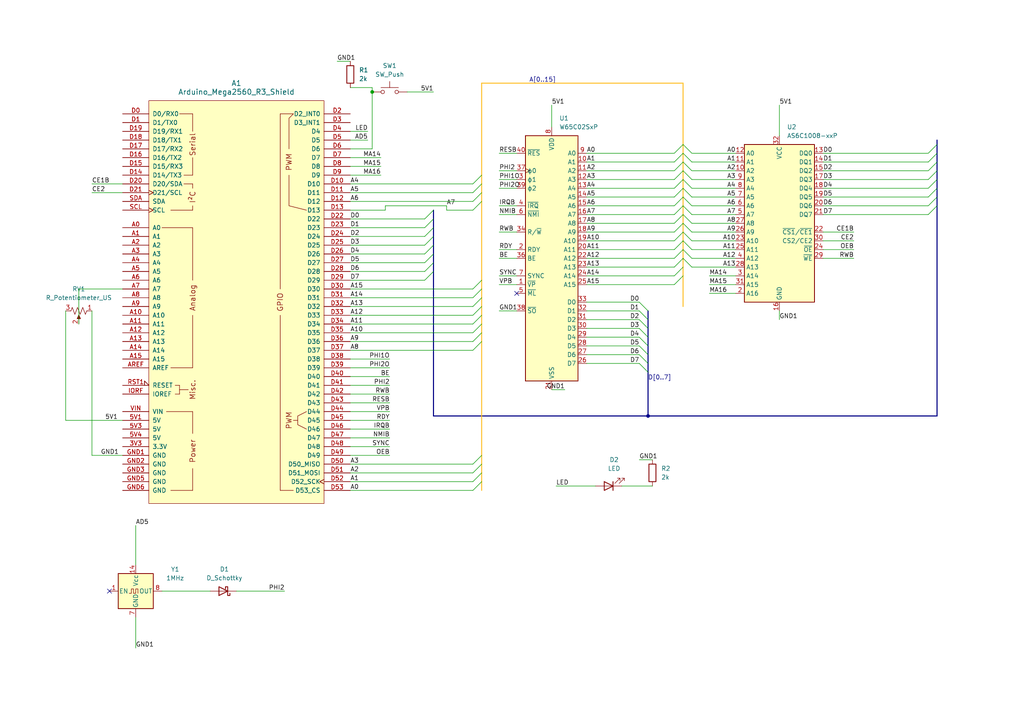
<source format=kicad_sch>
(kicad_sch
	(version 20231120)
	(generator "eeschema")
	(generator_version "8.0")
	(uuid "e699b6d2-0a1c-4b0c-afce-c3394357a791")
	(paper "A4")
	(lib_symbols
		(symbol "65xx-library:W65C02SxP"
			(exclude_from_sim no)
			(in_bom yes)
			(on_board yes)
			(property "Reference" "U"
				(at 2.54 40.64 0)
				(effects
					(font
						(size 1.27 1.27)
					)
					(justify left)
				)
			)
			(property "Value" "W65C02SxP"
				(at 2.54 38.1 0)
				(effects
					(font
						(size 1.27 1.27)
					)
					(justify left)
				)
			)
			(property "Footprint" "Package_DIP:DIP-40_W15.24mm"
				(at 0 50.8 0)
				(effects
					(font
						(size 1.27 1.27)
					)
					(hide yes)
				)
			)
			(property "Datasheet" "http://www.westerndesigncenter.com/wdc/documentation/w65c02s.pdf"
				(at 0 48.26 0)
				(effects
					(font
						(size 1.27 1.27)
					)
					(hide yes)
				)
			)
			(property "Description" "8-bit CMOS General Purpose Microprocessor, DIP-40"
				(at 0 0 0)
				(effects
					(font
						(size 1.27 1.27)
					)
					(hide yes)
				)
			)
			(property "ki_keywords" "6502 65C02 CPU uP"
				(at 0 0 0)
				(effects
					(font
						(size 1.27 1.27)
					)
					(hide yes)
				)
			)
			(property "ki_fp_filters" "DIP*W15.24mm*"
				(at 0 0 0)
				(effects
					(font
						(size 1.27 1.27)
					)
					(hide yes)
				)
			)
			(symbol "W65C02SxP_0_1"
				(rectangle
					(start -7.62 35.56)
					(end 7.62 -35.56)
					(stroke
						(width 0.254)
						(type default)
					)
					(fill
						(type background)
					)
				)
			)
			(symbol "W65C02SxP_1_1"
				(pin output line
					(at -10.16 -7.62 0)
					(length 2.54)
					(name "~{VP}"
						(effects
							(font
								(size 1.27 1.27)
							)
						)
					)
					(number "1"
						(effects
							(font
								(size 1.27 1.27)
							)
						)
					)
				)
				(pin tri_state line
					(at 10.16 27.94 180)
					(length 2.54)
					(name "A1"
						(effects
							(font
								(size 1.27 1.27)
							)
						)
					)
					(number "10"
						(effects
							(font
								(size 1.27 1.27)
							)
						)
					)
				)
				(pin tri_state line
					(at 10.16 25.4 180)
					(length 2.54)
					(name "A2"
						(effects
							(font
								(size 1.27 1.27)
							)
						)
					)
					(number "11"
						(effects
							(font
								(size 1.27 1.27)
							)
						)
					)
				)
				(pin tri_state line
					(at 10.16 22.86 180)
					(length 2.54)
					(name "A3"
						(effects
							(font
								(size 1.27 1.27)
							)
						)
					)
					(number "12"
						(effects
							(font
								(size 1.27 1.27)
							)
						)
					)
				)
				(pin tri_state line
					(at 10.16 20.32 180)
					(length 2.54)
					(name "A4"
						(effects
							(font
								(size 1.27 1.27)
							)
						)
					)
					(number "13"
						(effects
							(font
								(size 1.27 1.27)
							)
						)
					)
				)
				(pin tri_state line
					(at 10.16 17.78 180)
					(length 2.54)
					(name "A5"
						(effects
							(font
								(size 1.27 1.27)
							)
						)
					)
					(number "14"
						(effects
							(font
								(size 1.27 1.27)
							)
						)
					)
				)
				(pin tri_state line
					(at 10.16 15.24 180)
					(length 2.54)
					(name "A6"
						(effects
							(font
								(size 1.27 1.27)
							)
						)
					)
					(number "15"
						(effects
							(font
								(size 1.27 1.27)
							)
						)
					)
				)
				(pin tri_state line
					(at 10.16 12.7 180)
					(length 2.54)
					(name "A7"
						(effects
							(font
								(size 1.27 1.27)
							)
						)
					)
					(number "16"
						(effects
							(font
								(size 1.27 1.27)
							)
						)
					)
				)
				(pin tri_state line
					(at 10.16 10.16 180)
					(length 2.54)
					(name "A8"
						(effects
							(font
								(size 1.27 1.27)
							)
						)
					)
					(number "17"
						(effects
							(font
								(size 1.27 1.27)
							)
						)
					)
				)
				(pin tri_state line
					(at 10.16 7.62 180)
					(length 2.54)
					(name "A9"
						(effects
							(font
								(size 1.27 1.27)
							)
						)
					)
					(number "18"
						(effects
							(font
								(size 1.27 1.27)
							)
						)
					)
				)
				(pin tri_state line
					(at 10.16 5.08 180)
					(length 2.54)
					(name "A10"
						(effects
							(font
								(size 1.27 1.27)
							)
						)
					)
					(number "19"
						(effects
							(font
								(size 1.27 1.27)
							)
						)
					)
				)
				(pin open_collector line
					(at -10.16 2.54 0)
					(length 2.54)
					(name "RDY"
						(effects
							(font
								(size 1.27 1.27)
							)
						)
					)
					(number "2"
						(effects
							(font
								(size 1.27 1.27)
							)
						)
					)
				)
				(pin tri_state line
					(at 10.16 2.54 180)
					(length 2.54)
					(name "A11"
						(effects
							(font
								(size 1.27 1.27)
							)
						)
					)
					(number "20"
						(effects
							(font
								(size 1.27 1.27)
							)
						)
					)
				)
				(pin power_in line
					(at 0 -38.1 90)
					(length 2.54)
					(name "VSS"
						(effects
							(font
								(size 1.27 1.27)
							)
						)
					)
					(number "21"
						(effects
							(font
								(size 1.27 1.27)
							)
						)
					)
				)
				(pin tri_state line
					(at 10.16 0 180)
					(length 2.54)
					(name "A12"
						(effects
							(font
								(size 1.27 1.27)
							)
						)
					)
					(number "22"
						(effects
							(font
								(size 1.27 1.27)
							)
						)
					)
				)
				(pin tri_state line
					(at 10.16 -2.54 180)
					(length 2.54)
					(name "A13"
						(effects
							(font
								(size 1.27 1.27)
							)
						)
					)
					(number "23"
						(effects
							(font
								(size 1.27 1.27)
							)
						)
					)
				)
				(pin tri_state line
					(at 10.16 -5.08 180)
					(length 2.54)
					(name "A14"
						(effects
							(font
								(size 1.27 1.27)
							)
						)
					)
					(number "24"
						(effects
							(font
								(size 1.27 1.27)
							)
						)
					)
				)
				(pin tri_state line
					(at 10.16 -7.62 180)
					(length 2.54)
					(name "A15"
						(effects
							(font
								(size 1.27 1.27)
							)
						)
					)
					(number "25"
						(effects
							(font
								(size 1.27 1.27)
							)
						)
					)
				)
				(pin bidirectional line
					(at 10.16 -30.48 180)
					(length 2.54)
					(name "D7"
						(effects
							(font
								(size 1.27 1.27)
							)
						)
					)
					(number "26"
						(effects
							(font
								(size 1.27 1.27)
							)
						)
					)
				)
				(pin bidirectional line
					(at 10.16 -27.94 180)
					(length 2.54)
					(name "D6"
						(effects
							(font
								(size 1.27 1.27)
							)
						)
					)
					(number "27"
						(effects
							(font
								(size 1.27 1.27)
							)
						)
					)
				)
				(pin bidirectional line
					(at 10.16 -25.4 180)
					(length 2.54)
					(name "D5"
						(effects
							(font
								(size 1.27 1.27)
							)
						)
					)
					(number "28"
						(effects
							(font
								(size 1.27 1.27)
							)
						)
					)
				)
				(pin bidirectional line
					(at 10.16 -22.86 180)
					(length 2.54)
					(name "D4"
						(effects
							(font
								(size 1.27 1.27)
							)
						)
					)
					(number "29"
						(effects
							(font
								(size 1.27 1.27)
							)
						)
					)
				)
				(pin output line
					(at -10.16 22.86 0)
					(length 2.54)
					(name "ϕ1"
						(effects
							(font
								(size 1.27 1.27)
							)
						)
					)
					(number "3"
						(effects
							(font
								(size 1.27 1.27)
							)
						)
					)
				)
				(pin bidirectional line
					(at 10.16 -20.32 180)
					(length 2.54)
					(name "D3"
						(effects
							(font
								(size 1.27 1.27)
							)
						)
					)
					(number "30"
						(effects
							(font
								(size 1.27 1.27)
							)
						)
					)
				)
				(pin bidirectional line
					(at 10.16 -17.78 180)
					(length 2.54)
					(name "D2"
						(effects
							(font
								(size 1.27 1.27)
							)
						)
					)
					(number "31"
						(effects
							(font
								(size 1.27 1.27)
							)
						)
					)
				)
				(pin bidirectional line
					(at 10.16 -15.24 180)
					(length 2.54)
					(name "D1"
						(effects
							(font
								(size 1.27 1.27)
							)
						)
					)
					(number "32"
						(effects
							(font
								(size 1.27 1.27)
							)
						)
					)
				)
				(pin bidirectional line
					(at 10.16 -12.7 180)
					(length 2.54)
					(name "D0"
						(effects
							(font
								(size 1.27 1.27)
							)
						)
					)
					(number "33"
						(effects
							(font
								(size 1.27 1.27)
							)
						)
					)
				)
				(pin tri_state line
					(at -10.16 7.62 0)
					(length 2.54)
					(name "R/~{W}"
						(effects
							(font
								(size 1.27 1.27)
							)
						)
					)
					(number "34"
						(effects
							(font
								(size 1.27 1.27)
							)
						)
					)
				)
				(pin no_connect non_logic
					(at -7.62 -30.48 0)
					(length 2.54) hide
					(name "nc"
						(effects
							(font
								(size 1.27 1.27)
							)
						)
					)
					(number "35"
						(effects
							(font
								(size 1.27 1.27)
							)
						)
					)
				)
				(pin input line
					(at -10.16 0 0)
					(length 2.54)
					(name "BE"
						(effects
							(font
								(size 1.27 1.27)
							)
						)
					)
					(number "36"
						(effects
							(font
								(size 1.27 1.27)
							)
						)
					)
				)
				(pin input clock
					(at -10.16 25.4 0)
					(length 2.54)
					(name "ϕ0"
						(effects
							(font
								(size 1.27 1.27)
							)
						)
					)
					(number "37"
						(effects
							(font
								(size 1.27 1.27)
							)
						)
					)
				)
				(pin input line
					(at -10.16 -15.24 0)
					(length 2.54)
					(name "~{SO}"
						(effects
							(font
								(size 1.27 1.27)
							)
						)
					)
					(number "38"
						(effects
							(font
								(size 1.27 1.27)
							)
						)
					)
				)
				(pin output line
					(at -10.16 20.32 0)
					(length 2.54)
					(name "ϕ2"
						(effects
							(font
								(size 1.27 1.27)
							)
						)
					)
					(number "39"
						(effects
							(font
								(size 1.27 1.27)
							)
						)
					)
				)
				(pin input line
					(at -10.16 15.24 0)
					(length 2.54)
					(name "~{IRQ}"
						(effects
							(font
								(size 1.27 1.27)
							)
						)
					)
					(number "4"
						(effects
							(font
								(size 1.27 1.27)
							)
						)
					)
				)
				(pin input line
					(at -10.16 30.48 0)
					(length 2.54)
					(name "~{RES}"
						(effects
							(font
								(size 1.27 1.27)
							)
						)
					)
					(number "40"
						(effects
							(font
								(size 1.27 1.27)
							)
						)
					)
				)
				(pin output line
					(at -10.16 -10.16 0)
					(length 2.54)
					(name "~{ML}"
						(effects
							(font
								(size 1.27 1.27)
							)
						)
					)
					(number "5"
						(effects
							(font
								(size 1.27 1.27)
							)
						)
					)
				)
				(pin input line
					(at -10.16 12.7 0)
					(length 2.54)
					(name "~{NMI}"
						(effects
							(font
								(size 1.27 1.27)
							)
						)
					)
					(number "6"
						(effects
							(font
								(size 1.27 1.27)
							)
						)
					)
				)
				(pin output line
					(at -10.16 -5.08 0)
					(length 2.54)
					(name "SYNC"
						(effects
							(font
								(size 1.27 1.27)
							)
						)
					)
					(number "7"
						(effects
							(font
								(size 1.27 1.27)
							)
						)
					)
				)
				(pin power_in line
					(at 0 38.1 270)
					(length 2.54)
					(name "VDD"
						(effects
							(font
								(size 1.27 1.27)
							)
						)
					)
					(number "8"
						(effects
							(font
								(size 1.27 1.27)
							)
						)
					)
				)
				(pin tri_state line
					(at 10.16 30.48 180)
					(length 2.54)
					(name "A0"
						(effects
							(font
								(size 1.27 1.27)
							)
						)
					)
					(number "9"
						(effects
							(font
								(size 1.27 1.27)
							)
						)
					)
				)
			)
		)
		(symbol "Device:D_Schottky"
			(pin_numbers hide)
			(pin_names
				(offset 1.016) hide)
			(exclude_from_sim no)
			(in_bom yes)
			(on_board yes)
			(property "Reference" "D"
				(at 0 2.54 0)
				(effects
					(font
						(size 1.27 1.27)
					)
				)
			)
			(property "Value" "D_Schottky"
				(at 0 -2.54 0)
				(effects
					(font
						(size 1.27 1.27)
					)
				)
			)
			(property "Footprint" ""
				(at 0 0 0)
				(effects
					(font
						(size 1.27 1.27)
					)
					(hide yes)
				)
			)
			(property "Datasheet" "~"
				(at 0 0 0)
				(effects
					(font
						(size 1.27 1.27)
					)
					(hide yes)
				)
			)
			(property "Description" "Schottky diode"
				(at 0 0 0)
				(effects
					(font
						(size 1.27 1.27)
					)
					(hide yes)
				)
			)
			(property "ki_keywords" "diode Schottky"
				(at 0 0 0)
				(effects
					(font
						(size 1.27 1.27)
					)
					(hide yes)
				)
			)
			(property "ki_fp_filters" "TO-???* *_Diode_* *SingleDiode* D_*"
				(at 0 0 0)
				(effects
					(font
						(size 1.27 1.27)
					)
					(hide yes)
				)
			)
			(symbol "D_Schottky_0_1"
				(polyline
					(pts
						(xy 1.27 0) (xy -1.27 0)
					)
					(stroke
						(width 0)
						(type default)
					)
					(fill
						(type none)
					)
				)
				(polyline
					(pts
						(xy 1.27 1.27) (xy 1.27 -1.27) (xy -1.27 0) (xy 1.27 1.27)
					)
					(stroke
						(width 0.254)
						(type default)
					)
					(fill
						(type none)
					)
				)
				(polyline
					(pts
						(xy -1.905 0.635) (xy -1.905 1.27) (xy -1.27 1.27) (xy -1.27 -1.27) (xy -0.635 -1.27) (xy -0.635 -0.635)
					)
					(stroke
						(width 0.254)
						(type default)
					)
					(fill
						(type none)
					)
				)
			)
			(symbol "D_Schottky_1_1"
				(pin passive line
					(at -3.81 0 0)
					(length 2.54)
					(name "K"
						(effects
							(font
								(size 1.27 1.27)
							)
						)
					)
					(number "1"
						(effects
							(font
								(size 1.27 1.27)
							)
						)
					)
				)
				(pin passive line
					(at 3.81 0 180)
					(length 2.54)
					(name "A"
						(effects
							(font
								(size 1.27 1.27)
							)
						)
					)
					(number "2"
						(effects
							(font
								(size 1.27 1.27)
							)
						)
					)
				)
			)
		)
		(symbol "Device:LED"
			(pin_numbers hide)
			(pin_names
				(offset 1.016) hide)
			(exclude_from_sim no)
			(in_bom yes)
			(on_board yes)
			(property "Reference" "D"
				(at 0 2.54 0)
				(effects
					(font
						(size 1.27 1.27)
					)
				)
			)
			(property "Value" "LED"
				(at 0 -2.54 0)
				(effects
					(font
						(size 1.27 1.27)
					)
				)
			)
			(property "Footprint" ""
				(at 0 0 0)
				(effects
					(font
						(size 1.27 1.27)
					)
					(hide yes)
				)
			)
			(property "Datasheet" "~"
				(at 0 0 0)
				(effects
					(font
						(size 1.27 1.27)
					)
					(hide yes)
				)
			)
			(property "Description" "Light emitting diode"
				(at 0 0 0)
				(effects
					(font
						(size 1.27 1.27)
					)
					(hide yes)
				)
			)
			(property "ki_keywords" "LED diode"
				(at 0 0 0)
				(effects
					(font
						(size 1.27 1.27)
					)
					(hide yes)
				)
			)
			(property "ki_fp_filters" "LED* LED_SMD:* LED_THT:*"
				(at 0 0 0)
				(effects
					(font
						(size 1.27 1.27)
					)
					(hide yes)
				)
			)
			(symbol "LED_0_1"
				(polyline
					(pts
						(xy -1.27 -1.27) (xy -1.27 1.27)
					)
					(stroke
						(width 0.254)
						(type default)
					)
					(fill
						(type none)
					)
				)
				(polyline
					(pts
						(xy -1.27 0) (xy 1.27 0)
					)
					(stroke
						(width 0)
						(type default)
					)
					(fill
						(type none)
					)
				)
				(polyline
					(pts
						(xy 1.27 -1.27) (xy 1.27 1.27) (xy -1.27 0) (xy 1.27 -1.27)
					)
					(stroke
						(width 0.254)
						(type default)
					)
					(fill
						(type none)
					)
				)
				(polyline
					(pts
						(xy -3.048 -0.762) (xy -4.572 -2.286) (xy -3.81 -2.286) (xy -4.572 -2.286) (xy -4.572 -1.524)
					)
					(stroke
						(width 0)
						(type default)
					)
					(fill
						(type none)
					)
				)
				(polyline
					(pts
						(xy -1.778 -0.762) (xy -3.302 -2.286) (xy -2.54 -2.286) (xy -3.302 -2.286) (xy -3.302 -1.524)
					)
					(stroke
						(width 0)
						(type default)
					)
					(fill
						(type none)
					)
				)
			)
			(symbol "LED_1_1"
				(pin passive line
					(at -3.81 0 0)
					(length 2.54)
					(name "K"
						(effects
							(font
								(size 1.27 1.27)
							)
						)
					)
					(number "1"
						(effects
							(font
								(size 1.27 1.27)
							)
						)
					)
				)
				(pin passive line
					(at 3.81 0 180)
					(length 2.54)
					(name "A"
						(effects
							(font
								(size 1.27 1.27)
							)
						)
					)
					(number "2"
						(effects
							(font
								(size 1.27 1.27)
							)
						)
					)
				)
			)
		)
		(symbol "Device:R"
			(pin_numbers hide)
			(pin_names
				(offset 0)
			)
			(exclude_from_sim no)
			(in_bom yes)
			(on_board yes)
			(property "Reference" "R"
				(at 2.032 0 90)
				(effects
					(font
						(size 1.27 1.27)
					)
				)
			)
			(property "Value" "R"
				(at 0 0 90)
				(effects
					(font
						(size 1.27 1.27)
					)
				)
			)
			(property "Footprint" ""
				(at -1.778 0 90)
				(effects
					(font
						(size 1.27 1.27)
					)
					(hide yes)
				)
			)
			(property "Datasheet" "~"
				(at 0 0 0)
				(effects
					(font
						(size 1.27 1.27)
					)
					(hide yes)
				)
			)
			(property "Description" "Resistor"
				(at 0 0 0)
				(effects
					(font
						(size 1.27 1.27)
					)
					(hide yes)
				)
			)
			(property "ki_keywords" "R res resistor"
				(at 0 0 0)
				(effects
					(font
						(size 1.27 1.27)
					)
					(hide yes)
				)
			)
			(property "ki_fp_filters" "R_*"
				(at 0 0 0)
				(effects
					(font
						(size 1.27 1.27)
					)
					(hide yes)
				)
			)
			(symbol "R_0_1"
				(rectangle
					(start -1.016 -2.54)
					(end 1.016 2.54)
					(stroke
						(width 0.254)
						(type default)
					)
					(fill
						(type none)
					)
				)
			)
			(symbol "R_1_1"
				(pin passive line
					(at 0 3.81 270)
					(length 1.27)
					(name "~"
						(effects
							(font
								(size 1.27 1.27)
							)
						)
					)
					(number "1"
						(effects
							(font
								(size 1.27 1.27)
							)
						)
					)
				)
				(pin passive line
					(at 0 -3.81 90)
					(length 1.27)
					(name "~"
						(effects
							(font
								(size 1.27 1.27)
							)
						)
					)
					(number "2"
						(effects
							(font
								(size 1.27 1.27)
							)
						)
					)
				)
			)
		)
		(symbol "Device:R_Potentiometer_US"
			(pin_names
				(offset 1.016) hide)
			(exclude_from_sim no)
			(in_bom yes)
			(on_board yes)
			(property "Reference" "RV"
				(at -4.445 0 90)
				(effects
					(font
						(size 1.27 1.27)
					)
				)
			)
			(property "Value" "R_Potentiometer_US"
				(at -2.54 0 90)
				(effects
					(font
						(size 1.27 1.27)
					)
				)
			)
			(property "Footprint" ""
				(at 0 0 0)
				(effects
					(font
						(size 1.27 1.27)
					)
					(hide yes)
				)
			)
			(property "Datasheet" "~"
				(at 0 0 0)
				(effects
					(font
						(size 1.27 1.27)
					)
					(hide yes)
				)
			)
			(property "Description" "Potentiometer, US symbol"
				(at 0 0 0)
				(effects
					(font
						(size 1.27 1.27)
					)
					(hide yes)
				)
			)
			(property "ki_keywords" "resistor variable"
				(at 0 0 0)
				(effects
					(font
						(size 1.27 1.27)
					)
					(hide yes)
				)
			)
			(property "ki_fp_filters" "Potentiometer*"
				(at 0 0 0)
				(effects
					(font
						(size 1.27 1.27)
					)
					(hide yes)
				)
			)
			(symbol "R_Potentiometer_US_0_1"
				(polyline
					(pts
						(xy 0 -2.286) (xy 0 -2.54)
					)
					(stroke
						(width 0)
						(type default)
					)
					(fill
						(type none)
					)
				)
				(polyline
					(pts
						(xy 0 2.54) (xy 0 2.286)
					)
					(stroke
						(width 0)
						(type default)
					)
					(fill
						(type none)
					)
				)
				(polyline
					(pts
						(xy 2.54 0) (xy 1.524 0)
					)
					(stroke
						(width 0)
						(type default)
					)
					(fill
						(type none)
					)
				)
				(polyline
					(pts
						(xy 1.143 0) (xy 2.286 0.508) (xy 2.286 -0.508) (xy 1.143 0)
					)
					(stroke
						(width 0)
						(type default)
					)
					(fill
						(type outline)
					)
				)
				(polyline
					(pts
						(xy 0 -0.762) (xy 1.016 -1.143) (xy 0 -1.524) (xy -1.016 -1.905) (xy 0 -2.286)
					)
					(stroke
						(width 0)
						(type default)
					)
					(fill
						(type none)
					)
				)
				(polyline
					(pts
						(xy 0 0.762) (xy 1.016 0.381) (xy 0 0) (xy -1.016 -0.381) (xy 0 -0.762)
					)
					(stroke
						(width 0)
						(type default)
					)
					(fill
						(type none)
					)
				)
				(polyline
					(pts
						(xy 0 2.286) (xy 1.016 1.905) (xy 0 1.524) (xy -1.016 1.143) (xy 0 0.762)
					)
					(stroke
						(width 0)
						(type default)
					)
					(fill
						(type none)
					)
				)
			)
			(symbol "R_Potentiometer_US_1_1"
				(pin passive line
					(at 0 3.81 270)
					(length 1.27)
					(name "1"
						(effects
							(font
								(size 1.27 1.27)
							)
						)
					)
					(number "1"
						(effects
							(font
								(size 1.27 1.27)
							)
						)
					)
				)
				(pin passive line
					(at 3.81 0 180)
					(length 1.27)
					(name "2"
						(effects
							(font
								(size 1.27 1.27)
							)
						)
					)
					(number "2"
						(effects
							(font
								(size 1.27 1.27)
							)
						)
					)
				)
				(pin passive line
					(at 0 -3.81 90)
					(length 1.27)
					(name "3"
						(effects
							(font
								(size 1.27 1.27)
							)
						)
					)
					(number "3"
						(effects
							(font
								(size 1.27 1.27)
							)
						)
					)
				)
			)
		)
		(symbol "Memory_RAM:AS6C1008-xxP"
			(exclude_from_sim no)
			(in_bom yes)
			(on_board yes)
			(property "Reference" "U"
				(at -10.16 23.495 0)
				(effects
					(font
						(size 1.27 1.27)
					)
					(justify left bottom)
				)
			)
			(property "Value" "AS6C1008-xxP"
				(at 2.54 23.495 0)
				(effects
					(font
						(size 1.27 1.27)
					)
					(justify left bottom)
				)
			)
			(property "Footprint" "Package_DIP:DIP-32_W15.24mm"
				(at 0 0 0)
				(effects
					(font
						(size 1.27 1.27)
					)
					(hide yes)
				)
			)
			(property "Datasheet" "https://www.alliancememory.com/wp-content/uploads/pdf/AS6C1008_Mar_2023V1.2.pdf"
				(at 0 0 0)
				(effects
					(font
						(size 1.27 1.27)
					)
					(hide yes)
				)
			)
			(property "Description" "1-Mbit (128K X 8-bit) Low Power CMOS SRAM, single 2.7V ~ 5.5V power supply, 55ns, DIP-32"
				(at 0 0 0)
				(effects
					(font
						(size 1.27 1.27)
					)
					(hide yes)
				)
			)
			(property "ki_keywords" "Static MEMORY 1Mbit"
				(at 0 0 0)
				(effects
					(font
						(size 1.27 1.27)
					)
					(hide yes)
				)
			)
			(property "ki_fp_filters" "*DIP*W15.24mm*"
				(at 0 0 0)
				(effects
					(font
						(size 1.27 1.27)
					)
					(hide yes)
				)
			)
			(symbol "AS6C1008-xxP_0_0"
				(pin power_in line
					(at 0 -25.4 90)
					(length 2.54)
					(name "GND"
						(effects
							(font
								(size 1.27 1.27)
							)
						)
					)
					(number "16"
						(effects
							(font
								(size 1.27 1.27)
							)
						)
					)
				)
				(pin power_in line
					(at 0 25.4 270)
					(length 2.54)
					(name "VCC"
						(effects
							(font
								(size 1.27 1.27)
							)
						)
					)
					(number "32"
						(effects
							(font
								(size 1.27 1.27)
							)
						)
					)
				)
			)
			(symbol "AS6C1008-xxP_0_1"
				(rectangle
					(start -10.16 22.86)
					(end 10.16 -22.86)
					(stroke
						(width 0.254)
						(type default)
					)
					(fill
						(type background)
					)
				)
			)
			(symbol "AS6C1008-xxP_1_1"
				(pin no_connect line
					(at 10.16 -20.32 180)
					(length 2.54) hide
					(name "NC"
						(effects
							(font
								(size 1.27 1.27)
							)
						)
					)
					(number "1"
						(effects
							(font
								(size 1.27 1.27)
							)
						)
					)
				)
				(pin input line
					(at -12.7 15.24 0)
					(length 2.54)
					(name "A2"
						(effects
							(font
								(size 1.27 1.27)
							)
						)
					)
					(number "10"
						(effects
							(font
								(size 1.27 1.27)
							)
						)
					)
				)
				(pin input line
					(at -12.7 17.78 0)
					(length 2.54)
					(name "A1"
						(effects
							(font
								(size 1.27 1.27)
							)
						)
					)
					(number "11"
						(effects
							(font
								(size 1.27 1.27)
							)
						)
					)
				)
				(pin input line
					(at -12.7 20.32 0)
					(length 2.54)
					(name "A0"
						(effects
							(font
								(size 1.27 1.27)
							)
						)
					)
					(number "12"
						(effects
							(font
								(size 1.27 1.27)
							)
						)
					)
				)
				(pin tri_state line
					(at 12.7 20.32 180)
					(length 2.54)
					(name "DQ0"
						(effects
							(font
								(size 1.27 1.27)
							)
						)
					)
					(number "13"
						(effects
							(font
								(size 1.27 1.27)
							)
						)
					)
				)
				(pin tri_state line
					(at 12.7 17.78 180)
					(length 2.54)
					(name "DQ1"
						(effects
							(font
								(size 1.27 1.27)
							)
						)
					)
					(number "14"
						(effects
							(font
								(size 1.27 1.27)
							)
						)
					)
				)
				(pin tri_state line
					(at 12.7 15.24 180)
					(length 2.54)
					(name "DQ2"
						(effects
							(font
								(size 1.27 1.27)
							)
						)
					)
					(number "15"
						(effects
							(font
								(size 1.27 1.27)
							)
						)
					)
				)
				(pin tri_state line
					(at 12.7 12.7 180)
					(length 2.54)
					(name "DQ3"
						(effects
							(font
								(size 1.27 1.27)
							)
						)
					)
					(number "17"
						(effects
							(font
								(size 1.27 1.27)
							)
						)
					)
				)
				(pin tri_state line
					(at 12.7 10.16 180)
					(length 2.54)
					(name "DQ4"
						(effects
							(font
								(size 1.27 1.27)
							)
						)
					)
					(number "18"
						(effects
							(font
								(size 1.27 1.27)
							)
						)
					)
				)
				(pin tri_state line
					(at 12.7 7.62 180)
					(length 2.54)
					(name "DQ5"
						(effects
							(font
								(size 1.27 1.27)
							)
						)
					)
					(number "19"
						(effects
							(font
								(size 1.27 1.27)
							)
						)
					)
				)
				(pin input line
					(at -12.7 -20.32 0)
					(length 2.54)
					(name "A16"
						(effects
							(font
								(size 1.27 1.27)
							)
						)
					)
					(number "2"
						(effects
							(font
								(size 1.27 1.27)
							)
						)
					)
				)
				(pin tri_state line
					(at 12.7 5.08 180)
					(length 2.54)
					(name "DQ6"
						(effects
							(font
								(size 1.27 1.27)
							)
						)
					)
					(number "20"
						(effects
							(font
								(size 1.27 1.27)
							)
						)
					)
				)
				(pin tri_state line
					(at 12.7 2.54 180)
					(length 2.54)
					(name "DQ7"
						(effects
							(font
								(size 1.27 1.27)
							)
						)
					)
					(number "21"
						(effects
							(font
								(size 1.27 1.27)
							)
						)
					)
				)
				(pin input line
					(at 12.7 -2.54 180)
					(length 2.54)
					(name "~{CS1}/~{CE1}"
						(effects
							(font
								(size 1.27 1.27)
							)
						)
					)
					(number "22"
						(effects
							(font
								(size 1.27 1.27)
							)
						)
					)
				)
				(pin input line
					(at -12.7 -5.08 0)
					(length 2.54)
					(name "A10"
						(effects
							(font
								(size 1.27 1.27)
							)
						)
					)
					(number "23"
						(effects
							(font
								(size 1.27 1.27)
							)
						)
					)
				)
				(pin input line
					(at 12.7 -7.62 180)
					(length 2.54)
					(name "~{OE}"
						(effects
							(font
								(size 1.27 1.27)
							)
						)
					)
					(number "24"
						(effects
							(font
								(size 1.27 1.27)
							)
						)
					)
				)
				(pin input line
					(at -12.7 -7.62 0)
					(length 2.54)
					(name "A11"
						(effects
							(font
								(size 1.27 1.27)
							)
						)
					)
					(number "25"
						(effects
							(font
								(size 1.27 1.27)
							)
						)
					)
				)
				(pin input line
					(at -12.7 -2.54 0)
					(length 2.54)
					(name "A9"
						(effects
							(font
								(size 1.27 1.27)
							)
						)
					)
					(number "26"
						(effects
							(font
								(size 1.27 1.27)
							)
						)
					)
				)
				(pin input line
					(at -12.7 0 0)
					(length 2.54)
					(name "A8"
						(effects
							(font
								(size 1.27 1.27)
							)
						)
					)
					(number "27"
						(effects
							(font
								(size 1.27 1.27)
							)
						)
					)
				)
				(pin input line
					(at -12.7 -12.7 0)
					(length 2.54)
					(name "A13"
						(effects
							(font
								(size 1.27 1.27)
							)
						)
					)
					(number "28"
						(effects
							(font
								(size 1.27 1.27)
							)
						)
					)
				)
				(pin input line
					(at 12.7 -10.16 180)
					(length 2.54)
					(name "~{WE}"
						(effects
							(font
								(size 1.27 1.27)
							)
						)
					)
					(number "29"
						(effects
							(font
								(size 1.27 1.27)
							)
						)
					)
				)
				(pin input line
					(at -12.7 -15.24 0)
					(length 2.54)
					(name "A14"
						(effects
							(font
								(size 1.27 1.27)
							)
						)
					)
					(number "3"
						(effects
							(font
								(size 1.27 1.27)
							)
						)
					)
				)
				(pin input line
					(at 12.7 -5.08 180)
					(length 2.54)
					(name "CS2/CE2"
						(effects
							(font
								(size 1.27 1.27)
							)
						)
					)
					(number "30"
						(effects
							(font
								(size 1.27 1.27)
							)
						)
					)
				)
				(pin input line
					(at -12.7 -17.78 0)
					(length 2.54)
					(name "A15"
						(effects
							(font
								(size 1.27 1.27)
							)
						)
					)
					(number "31"
						(effects
							(font
								(size 1.27 1.27)
							)
						)
					)
				)
				(pin input line
					(at -12.7 -10.16 0)
					(length 2.54)
					(name "A12"
						(effects
							(font
								(size 1.27 1.27)
							)
						)
					)
					(number "4"
						(effects
							(font
								(size 1.27 1.27)
							)
						)
					)
				)
				(pin input line
					(at -12.7 2.54 0)
					(length 2.54)
					(name "A7"
						(effects
							(font
								(size 1.27 1.27)
							)
						)
					)
					(number "5"
						(effects
							(font
								(size 1.27 1.27)
							)
						)
					)
				)
				(pin input line
					(at -12.7 5.08 0)
					(length 2.54)
					(name "A6"
						(effects
							(font
								(size 1.27 1.27)
							)
						)
					)
					(number "6"
						(effects
							(font
								(size 1.27 1.27)
							)
						)
					)
				)
				(pin input line
					(at -12.7 7.62 0)
					(length 2.54)
					(name "A5"
						(effects
							(font
								(size 1.27 1.27)
							)
						)
					)
					(number "7"
						(effects
							(font
								(size 1.27 1.27)
							)
						)
					)
				)
				(pin input line
					(at -12.7 10.16 0)
					(length 2.54)
					(name "A4"
						(effects
							(font
								(size 1.27 1.27)
							)
						)
					)
					(number "8"
						(effects
							(font
								(size 1.27 1.27)
							)
						)
					)
				)
				(pin input line
					(at -12.7 12.7 0)
					(length 2.54)
					(name "A3"
						(effects
							(font
								(size 1.27 1.27)
							)
						)
					)
					(number "9"
						(effects
							(font
								(size 1.27 1.27)
							)
						)
					)
				)
			)
		)
		(symbol "Oscillator:CXO_DIP14"
			(pin_names
				(offset 0.254)
			)
			(exclude_from_sim no)
			(in_bom yes)
			(on_board yes)
			(property "Reference" "Y"
				(at -5.08 6.35 0)
				(effects
					(font
						(size 1.27 1.27)
					)
					(justify left)
				)
			)
			(property "Value" "CXO_DIP14"
				(at 1.27 -6.35 0)
				(effects
					(font
						(size 1.27 1.27)
					)
					(justify left)
				)
			)
			(property "Footprint" "Oscillator:Oscillator_DIP-14"
				(at 11.43 -8.89 0)
				(effects
					(font
						(size 1.27 1.27)
					)
					(hide yes)
				)
			)
			(property "Datasheet" "http://cdn-reichelt.de/documents/datenblatt/B400/OSZI.pdf"
				(at -2.54 0 0)
				(effects
					(font
						(size 1.27 1.27)
					)
					(hide yes)
				)
			)
			(property "Description" "Crystal Clock Oscillator, DIP14-style metal package"
				(at 0 0 0)
				(effects
					(font
						(size 1.27 1.27)
					)
					(hide yes)
				)
			)
			(property "ki_keywords" "Crystal Clock Oscillator"
				(at 0 0 0)
				(effects
					(font
						(size 1.27 1.27)
					)
					(hide yes)
				)
			)
			(property "ki_fp_filters" "Oscillator*DIP*14*"
				(at 0 0 0)
				(effects
					(font
						(size 1.27 1.27)
					)
					(hide yes)
				)
			)
			(symbol "CXO_DIP14_0_1"
				(rectangle
					(start -5.08 5.08)
					(end 5.08 -5.08)
					(stroke
						(width 0.254)
						(type default)
					)
					(fill
						(type background)
					)
				)
				(polyline
					(pts
						(xy -1.905 -0.635) (xy -1.27 -0.635) (xy -1.27 0.635) (xy -0.635 0.635) (xy -0.635 -0.635) (xy 0 -0.635)
						(xy 0 0.635) (xy 0.635 0.635) (xy 0.635 -0.635)
					)
					(stroke
						(width 0)
						(type default)
					)
					(fill
						(type none)
					)
				)
			)
			(symbol "CXO_DIP14_1_1"
				(pin input line
					(at -7.62 0 0)
					(length 2.54)
					(name "EN"
						(effects
							(font
								(size 1.27 1.27)
							)
						)
					)
					(number "1"
						(effects
							(font
								(size 1.27 1.27)
							)
						)
					)
				)
				(pin power_in line
					(at 0 7.62 270)
					(length 2.54)
					(name "Vcc"
						(effects
							(font
								(size 1.27 1.27)
							)
						)
					)
					(number "14"
						(effects
							(font
								(size 1.27 1.27)
							)
						)
					)
				)
				(pin power_in line
					(at 0 -7.62 90)
					(length 2.54)
					(name "GND"
						(effects
							(font
								(size 1.27 1.27)
							)
						)
					)
					(number "7"
						(effects
							(font
								(size 1.27 1.27)
							)
						)
					)
				)
				(pin output line
					(at 7.62 0 180)
					(length 2.54)
					(name "OUT"
						(effects
							(font
								(size 1.27 1.27)
							)
						)
					)
					(number "8"
						(effects
							(font
								(size 1.27 1.27)
							)
						)
					)
				)
			)
		)
		(symbol "Switch:SW_Push"
			(pin_numbers hide)
			(pin_names
				(offset 1.016) hide)
			(exclude_from_sim no)
			(in_bom yes)
			(on_board yes)
			(property "Reference" "SW"
				(at 1.27 2.54 0)
				(effects
					(font
						(size 1.27 1.27)
					)
					(justify left)
				)
			)
			(property "Value" "SW_Push"
				(at 0 -1.524 0)
				(effects
					(font
						(size 1.27 1.27)
					)
				)
			)
			(property "Footprint" ""
				(at 0 5.08 0)
				(effects
					(font
						(size 1.27 1.27)
					)
					(hide yes)
				)
			)
			(property "Datasheet" "~"
				(at 0 5.08 0)
				(effects
					(font
						(size 1.27 1.27)
					)
					(hide yes)
				)
			)
			(property "Description" "Push button switch, generic, two pins"
				(at 0 0 0)
				(effects
					(font
						(size 1.27 1.27)
					)
					(hide yes)
				)
			)
			(property "ki_keywords" "switch normally-open pushbutton push-button"
				(at 0 0 0)
				(effects
					(font
						(size 1.27 1.27)
					)
					(hide yes)
				)
			)
			(symbol "SW_Push_0_1"
				(circle
					(center -2.032 0)
					(radius 0.508)
					(stroke
						(width 0)
						(type default)
					)
					(fill
						(type none)
					)
				)
				(polyline
					(pts
						(xy 0 1.27) (xy 0 3.048)
					)
					(stroke
						(width 0)
						(type default)
					)
					(fill
						(type none)
					)
				)
				(polyline
					(pts
						(xy 2.54 1.27) (xy -2.54 1.27)
					)
					(stroke
						(width 0)
						(type default)
					)
					(fill
						(type none)
					)
				)
				(circle
					(center 2.032 0)
					(radius 0.508)
					(stroke
						(width 0)
						(type default)
					)
					(fill
						(type none)
					)
				)
				(pin passive line
					(at -5.08 0 0)
					(length 2.54)
					(name "1"
						(effects
							(font
								(size 1.27 1.27)
							)
						)
					)
					(number "1"
						(effects
							(font
								(size 1.27 1.27)
							)
						)
					)
				)
				(pin passive line
					(at 5.08 0 180)
					(length 2.54)
					(name "2"
						(effects
							(font
								(size 1.27 1.27)
							)
						)
					)
					(number "2"
						(effects
							(font
								(size 1.27 1.27)
							)
						)
					)
				)
			)
		)
		(symbol "arduino-library:Arduino_Mega2560_R3_Shield"
			(pin_names
				(offset 1.016)
			)
			(exclude_from_sim no)
			(in_bom yes)
			(on_board yes)
			(property "Reference" "A"
				(at 0 -62.23 0)
				(effects
					(font
						(size 1.524 1.524)
					)
				)
			)
			(property "Value" "Arduino_Mega2560_R3_Shield"
				(at 0 -66.04 0)
				(effects
					(font
						(size 1.524 1.524)
					)
				)
			)
			(property "Footprint" "PCM_arduino-library:Arduino_Mega2560_R3_Shield"
				(at 0 -73.66 0)
				(effects
					(font
						(size 1.524 1.524)
					)
					(hide yes)
				)
			)
			(property "Datasheet" "https://docs.arduino.cc/hardware/mega-2560"
				(at 0 -69.85 0)
				(effects
					(font
						(size 1.524 1.524)
					)
					(hide yes)
				)
			)
			(property "Description" "Shield for Arduino Mega 2560 R3"
				(at 0 0 0)
				(effects
					(font
						(size 1.27 1.27)
					)
					(hide yes)
				)
			)
			(property "ki_keywords" "Arduino MPU Shield"
				(at 0 0 0)
				(effects
					(font
						(size 1.27 1.27)
					)
					(hide yes)
				)
			)
			(property "ki_fp_filters" "Arduino_Mega2560_R3_Shield"
				(at 0 0 0)
				(effects
					(font
						(size 1.27 1.27)
					)
					(hide yes)
				)
			)
			(symbol "Arduino_Mega2560_R3_Shield_0_0"
				(rectangle
					(start -25.4 58.42)
					(end 25.4 -58.42)
					(stroke
						(width 0)
						(type default)
					)
					(fill
						(type background)
					)
				)
				(rectangle
					(start -20.32 -31.75)
					(end -12.7 -31.75)
					(stroke
						(width 0)
						(type default)
					)
					(fill
						(type none)
					)
				)
				(rectangle
					(start -19.05 -54.61)
					(end -12.7 -54.61)
					(stroke
						(width 0)
						(type default)
					)
					(fill
						(type none)
					)
				)
				(rectangle
					(start -19.05 -19.05)
					(end -12.7 -19.05)
					(stroke
						(width 0)
						(type default)
					)
					(fill
						(type none)
					)
				)
				(rectangle
					(start -19.05 26.67)
					(end -12.7 26.67)
					(stroke
						(width 0)
						(type default)
					)
					(fill
						(type none)
					)
				)
				(rectangle
					(start -17.78 -26.67)
					(end -16.51 -26.67)
					(stroke
						(width 0)
						(type default)
					)
					(fill
						(type none)
					)
				)
				(rectangle
					(start -17.78 -24.13)
					(end -16.51 -24.13)
					(stroke
						(width 0)
						(type default)
					)
					(fill
						(type none)
					)
				)
				(rectangle
					(start -16.51 -25.4)
					(end -13.97 -25.4)
					(stroke
						(width 0)
						(type default)
					)
					(fill
						(type none)
					)
				)
				(rectangle
					(start -16.51 -24.13)
					(end -16.51 -26.67)
					(stroke
						(width 0)
						(type default)
					)
					(fill
						(type none)
					)
				)
				(rectangle
					(start -16.51 54.61)
					(end -12.7 54.61)
					(stroke
						(width 0)
						(type default)
					)
					(fill
						(type none)
					)
				)
				(rectangle
					(start -15.24 34.29)
					(end -12.7 34.29)
					(stroke
						(width 0)
						(type default)
					)
					(fill
						(type none)
					)
				)
				(rectangle
					(start -15.24 36.83)
					(end -12.7 36.83)
					(stroke
						(width 0)
						(type default)
					)
					(fill
						(type none)
					)
				)
				(rectangle
					(start -12.7 -54.61)
					(end -12.7 -48.26)
					(stroke
						(width 0)
						(type default)
					)
					(fill
						(type none)
					)
				)
				(rectangle
					(start -12.7 -31.75)
					(end -12.7 -38.1)
					(stroke
						(width 0)
						(type default)
					)
					(fill
						(type none)
					)
				)
				(rectangle
					(start -12.7 26.67)
					(end -12.7 27.94)
					(stroke
						(width 0)
						(type default)
					)
					(fill
						(type none)
					)
				)
				(rectangle
					(start -12.7 34.29)
					(end -12.7 33.02)
					(stroke
						(width 0)
						(type default)
					)
					(fill
						(type none)
					)
				)
				(rectangle
					(start -12.7 41.91)
					(end -12.7 36.83)
					(stroke
						(width 0)
						(type default)
					)
					(fill
						(type none)
					)
				)
				(rectangle
					(start -12.7 49.53)
					(end -12.7 54.61)
					(stroke
						(width 0)
						(type default)
					)
					(fill
						(type none)
					)
				)
				(polyline
					(pts
						(xy -21.59 21.59) (xy -12.7 21.59)
					)
					(stroke
						(width 0)
						(type default)
					)
					(fill
						(type none)
					)
				)
				(polyline
					(pts
						(xy -12.7 -19.05) (xy -12.7 -3.81)
					)
					(stroke
						(width 0)
						(type default)
					)
					(fill
						(type none)
					)
				)
				(polyline
					(pts
						(xy -12.7 6.35) (xy -12.7 21.59)
					)
					(stroke
						(width 0)
						(type default)
					)
					(fill
						(type none)
					)
				)
				(polyline
					(pts
						(xy 12.7 -54.61) (xy 16.51 -54.61)
					)
					(stroke
						(width 0)
						(type default)
					)
					(fill
						(type none)
					)
				)
				(polyline
					(pts
						(xy 12.7 54.61) (xy 16.51 54.61)
					)
					(stroke
						(width 0)
						(type default)
					)
					(fill
						(type none)
					)
				)
				(polyline
					(pts
						(xy 17.78 -34.29) (xy 16.51 -34.29)
					)
					(stroke
						(width 0)
						(type default)
					)
					(fill
						(type none)
					)
				)
				(polyline
					(pts
						(xy 15.24 36.83) (xy 15.24 27.94) (xy 20.32 26.67)
					)
					(stroke
						(width 0)
						(type default)
					)
					(fill
						(type none)
					)
				)
				(polyline
					(pts
						(xy 15.24 44.45) (xy 15.24 53.34) (xy 16.51 54.61)
					)
					(stroke
						(width 0)
						(type default)
					)
					(fill
						(type none)
					)
				)
				(polyline
					(pts
						(xy 20.32 -31.75) (xy 17.78 -33.02) (xy 17.78 -35.56) (xy 20.32 -36.83)
					)
					(stroke
						(width 0)
						(type default)
					)
					(fill
						(type none)
					)
				)
				(text "Analog"
					(at -12.7 1.27 900)
					(effects
						(font
							(size 1.524 1.524)
						)
					)
				)
				(text "I²C"
					(at -12.7 30.48 900)
					(effects
						(font
							(size 1.524 1.524)
						)
					)
				)
				(text "Misc."
					(at -12.7 -25.4 900)
					(effects
						(font
							(size 1.524 1.524)
						)
					)
				)
				(text "Power"
					(at -12.7 -43.18 900)
					(effects
						(font
							(size 1.524 1.524)
						)
					)
				)
				(text "PWM"
					(at 15.24 -34.29 900)
					(effects
						(font
							(size 1.524 1.524)
						)
					)
				)
				(text "PWM"
					(at 15.24 40.64 900)
					(effects
						(font
							(size 1.524 1.524)
						)
					)
				)
				(text "Serial"
					(at -12.7 45.72 900)
					(effects
						(font
							(size 1.524 1.524)
						)
					)
				)
			)
			(symbol "Arduino_Mega2560_R3_Shield_1_0"
				(rectangle
					(start 12.7 -54.61)
					(end 12.7 -3.81)
					(stroke
						(width 0)
						(type default)
					)
					(fill
						(type none)
					)
				)
				(rectangle
					(start 12.7 54.61)
					(end 12.7 3.81)
					(stroke
						(width 0)
						(type default)
					)
					(fill
						(type none)
					)
				)
				(text "GPIO"
					(at 12.7 0 900)
					(effects
						(font
							(size 1.524 1.524)
						)
					)
				)
			)
			(symbol "Arduino_Mega2560_R3_Shield_1_1"
				(pin power_out line
					(at -33.02 -41.91 0)
					(length 7.62)
					(name "3.3V"
						(effects
							(font
								(size 1.27 1.27)
							)
						)
					)
					(number "3V3"
						(effects
							(font
								(size 1.27 1.27)
							)
						)
					)
				)
				(pin power_in line
					(at -33.02 -34.29 0)
					(length 7.62)
					(name "5V"
						(effects
							(font
								(size 1.27 1.27)
							)
						)
					)
					(number "5V1"
						(effects
							(font
								(size 1.27 1.27)
							)
						)
					)
				)
				(pin power_in line
					(at -33.02 -36.83 0)
					(length 7.62)
					(name "5V"
						(effects
							(font
								(size 1.27 1.27)
							)
						)
					)
					(number "5V3"
						(effects
							(font
								(size 1.27 1.27)
							)
						)
					)
				)
				(pin power_in line
					(at -33.02 -39.37 0)
					(length 7.62)
					(name "5V"
						(effects
							(font
								(size 1.27 1.27)
							)
						)
					)
					(number "5V4"
						(effects
							(font
								(size 1.27 1.27)
							)
						)
					)
				)
				(pin bidirectional line
					(at -33.02 21.59 0)
					(length 7.62)
					(name "A0"
						(effects
							(font
								(size 1.27 1.27)
							)
						)
					)
					(number "A0"
						(effects
							(font
								(size 1.27 1.27)
							)
						)
					)
				)
				(pin bidirectional line
					(at -33.02 19.05 0)
					(length 7.62)
					(name "A1"
						(effects
							(font
								(size 1.27 1.27)
							)
						)
					)
					(number "A1"
						(effects
							(font
								(size 1.27 1.27)
							)
						)
					)
				)
				(pin bidirectional line
					(at -33.02 -3.81 0)
					(length 7.62)
					(name "A10"
						(effects
							(font
								(size 1.27 1.27)
							)
						)
					)
					(number "A10"
						(effects
							(font
								(size 1.27 1.27)
							)
						)
					)
				)
				(pin bidirectional line
					(at -33.02 -6.35 0)
					(length 7.62)
					(name "A11"
						(effects
							(font
								(size 1.27 1.27)
							)
						)
					)
					(number "A11"
						(effects
							(font
								(size 1.27 1.27)
							)
						)
					)
				)
				(pin bidirectional line
					(at -33.02 -8.89 0)
					(length 7.62)
					(name "A12"
						(effects
							(font
								(size 1.27 1.27)
							)
						)
					)
					(number "A12"
						(effects
							(font
								(size 1.27 1.27)
							)
						)
					)
				)
				(pin bidirectional line
					(at -33.02 -11.43 0)
					(length 7.62)
					(name "A13"
						(effects
							(font
								(size 1.27 1.27)
							)
						)
					)
					(number "A13"
						(effects
							(font
								(size 1.27 1.27)
							)
						)
					)
				)
				(pin bidirectional line
					(at -33.02 -13.97 0)
					(length 7.62)
					(name "A14"
						(effects
							(font
								(size 1.27 1.27)
							)
						)
					)
					(number "A14"
						(effects
							(font
								(size 1.27 1.27)
							)
						)
					)
				)
				(pin bidirectional line
					(at -33.02 -16.51 0)
					(length 7.62)
					(name "A15"
						(effects
							(font
								(size 1.27 1.27)
							)
						)
					)
					(number "A15"
						(effects
							(font
								(size 1.27 1.27)
							)
						)
					)
				)
				(pin bidirectional line
					(at -33.02 16.51 0)
					(length 7.62)
					(name "A2"
						(effects
							(font
								(size 1.27 1.27)
							)
						)
					)
					(number "A2"
						(effects
							(font
								(size 1.27 1.27)
							)
						)
					)
				)
				(pin bidirectional line
					(at -33.02 13.97 0)
					(length 7.62)
					(name "A3"
						(effects
							(font
								(size 1.27 1.27)
							)
						)
					)
					(number "A3"
						(effects
							(font
								(size 1.27 1.27)
							)
						)
					)
				)
				(pin bidirectional line
					(at -33.02 11.43 0)
					(length 7.62)
					(name "A4"
						(effects
							(font
								(size 1.27 1.27)
							)
						)
					)
					(number "A4"
						(effects
							(font
								(size 1.27 1.27)
							)
						)
					)
				)
				(pin bidirectional line
					(at -33.02 8.89 0)
					(length 7.62)
					(name "A5"
						(effects
							(font
								(size 1.27 1.27)
							)
						)
					)
					(number "A5"
						(effects
							(font
								(size 1.27 1.27)
							)
						)
					)
				)
				(pin bidirectional line
					(at -33.02 6.35 0)
					(length 7.62)
					(name "A6"
						(effects
							(font
								(size 1.27 1.27)
							)
						)
					)
					(number "A6"
						(effects
							(font
								(size 1.27 1.27)
							)
						)
					)
				)
				(pin bidirectional line
					(at -33.02 3.81 0)
					(length 7.62)
					(name "A7"
						(effects
							(font
								(size 1.27 1.27)
							)
						)
					)
					(number "A7"
						(effects
							(font
								(size 1.27 1.27)
							)
						)
					)
				)
				(pin bidirectional line
					(at -33.02 1.27 0)
					(length 7.62)
					(name "A8"
						(effects
							(font
								(size 1.27 1.27)
							)
						)
					)
					(number "A8"
						(effects
							(font
								(size 1.27 1.27)
							)
						)
					)
				)
				(pin bidirectional line
					(at -33.02 -1.27 0)
					(length 7.62)
					(name "A9"
						(effects
							(font
								(size 1.27 1.27)
							)
						)
					)
					(number "A9"
						(effects
							(font
								(size 1.27 1.27)
							)
						)
					)
				)
				(pin input line
					(at -33.02 -19.05 0)
					(length 7.62)
					(name "AREF"
						(effects
							(font
								(size 1.27 1.27)
							)
						)
					)
					(number "AREF"
						(effects
							(font
								(size 1.27 1.27)
							)
						)
					)
				)
				(pin bidirectional line
					(at -33.02 54.61 0)
					(length 7.62)
					(name "D0/RX0"
						(effects
							(font
								(size 1.27 1.27)
							)
						)
					)
					(number "D0"
						(effects
							(font
								(size 1.27 1.27)
							)
						)
					)
				)
				(pin bidirectional line
					(at -33.02 52.07 0)
					(length 7.62)
					(name "D1/TX0"
						(effects
							(font
								(size 1.27 1.27)
							)
						)
					)
					(number "D1"
						(effects
							(font
								(size 1.27 1.27)
							)
						)
					)
				)
				(pin bidirectional line
					(at 33.02 34.29 180)
					(length 7.62)
					(name "D10"
						(effects
							(font
								(size 1.27 1.27)
							)
						)
					)
					(number "D10"
						(effects
							(font
								(size 1.27 1.27)
							)
						)
					)
				)
				(pin bidirectional line
					(at 33.02 31.75 180)
					(length 7.62)
					(name "D11"
						(effects
							(font
								(size 1.27 1.27)
							)
						)
					)
					(number "D11"
						(effects
							(font
								(size 1.27 1.27)
							)
						)
					)
				)
				(pin bidirectional line
					(at 33.02 29.21 180)
					(length 7.62)
					(name "D12"
						(effects
							(font
								(size 1.27 1.27)
							)
						)
					)
					(number "D12"
						(effects
							(font
								(size 1.27 1.27)
							)
						)
					)
				)
				(pin bidirectional line
					(at 33.02 26.67 180)
					(length 7.62)
					(name "D13"
						(effects
							(font
								(size 1.27 1.27)
							)
						)
					)
					(number "D13"
						(effects
							(font
								(size 1.27 1.27)
							)
						)
					)
				)
				(pin bidirectional line
					(at -33.02 36.83 0)
					(length 7.62)
					(name "D14/TX3"
						(effects
							(font
								(size 1.27 1.27)
							)
						)
					)
					(number "D14"
						(effects
							(font
								(size 1.27 1.27)
							)
						)
					)
				)
				(pin bidirectional line
					(at -33.02 39.37 0)
					(length 7.62)
					(name "D15/RX3"
						(effects
							(font
								(size 1.27 1.27)
							)
						)
					)
					(number "D15"
						(effects
							(font
								(size 1.27 1.27)
							)
						)
					)
				)
				(pin bidirectional line
					(at -33.02 41.91 0)
					(length 7.62)
					(name "D16/TX2"
						(effects
							(font
								(size 1.27 1.27)
							)
						)
					)
					(number "D16"
						(effects
							(font
								(size 1.27 1.27)
							)
						)
					)
				)
				(pin bidirectional line
					(at -33.02 44.45 0)
					(length 7.62)
					(name "D17/RX2"
						(effects
							(font
								(size 1.27 1.27)
							)
						)
					)
					(number "D17"
						(effects
							(font
								(size 1.27 1.27)
							)
						)
					)
				)
				(pin bidirectional line
					(at -33.02 46.99 0)
					(length 7.62)
					(name "D18/TX1"
						(effects
							(font
								(size 1.27 1.27)
							)
						)
					)
					(number "D18"
						(effects
							(font
								(size 1.27 1.27)
							)
						)
					)
				)
				(pin bidirectional line
					(at -33.02 49.53 0)
					(length 7.62)
					(name "D19/RX1"
						(effects
							(font
								(size 1.27 1.27)
							)
						)
					)
					(number "D19"
						(effects
							(font
								(size 1.27 1.27)
							)
						)
					)
				)
				(pin bidirectional line
					(at 33.02 54.61 180)
					(length 7.62)
					(name "D2_INT0"
						(effects
							(font
								(size 1.27 1.27)
							)
						)
					)
					(number "D2"
						(effects
							(font
								(size 1.27 1.27)
							)
						)
					)
				)
				(pin bidirectional line
					(at -33.02 34.29 0)
					(length 7.62)
					(name "D20/SDA"
						(effects
							(font
								(size 1.27 1.27)
							)
						)
					)
					(number "D20"
						(effects
							(font
								(size 1.27 1.27)
							)
						)
					)
				)
				(pin bidirectional clock
					(at -33.02 31.75 0)
					(length 7.62)
					(name "D21/SCL"
						(effects
							(font
								(size 1.27 1.27)
							)
						)
					)
					(number "D21"
						(effects
							(font
								(size 1.27 1.27)
							)
						)
					)
				)
				(pin bidirectional line
					(at 33.02 24.13 180)
					(length 7.62)
					(name "D22"
						(effects
							(font
								(size 1.27 1.27)
							)
						)
					)
					(number "D22"
						(effects
							(font
								(size 1.27 1.27)
							)
						)
					)
				)
				(pin bidirectional line
					(at 33.02 21.59 180)
					(length 7.62)
					(name "D23"
						(effects
							(font
								(size 1.27 1.27)
							)
						)
					)
					(number "D23"
						(effects
							(font
								(size 1.27 1.27)
							)
						)
					)
				)
				(pin bidirectional line
					(at 33.02 19.05 180)
					(length 7.62)
					(name "D24"
						(effects
							(font
								(size 1.27 1.27)
							)
						)
					)
					(number "D24"
						(effects
							(font
								(size 1.27 1.27)
							)
						)
					)
				)
				(pin bidirectional line
					(at 33.02 16.51 180)
					(length 7.62)
					(name "D25"
						(effects
							(font
								(size 1.27 1.27)
							)
						)
					)
					(number "D25"
						(effects
							(font
								(size 1.27 1.27)
							)
						)
					)
				)
				(pin bidirectional line
					(at 33.02 13.97 180)
					(length 7.62)
					(name "D26"
						(effects
							(font
								(size 1.27 1.27)
							)
						)
					)
					(number "D26"
						(effects
							(font
								(size 1.27 1.27)
							)
						)
					)
				)
				(pin bidirectional line
					(at 33.02 11.43 180)
					(length 7.62)
					(name "D27"
						(effects
							(font
								(size 1.27 1.27)
							)
						)
					)
					(number "D27"
						(effects
							(font
								(size 1.27 1.27)
							)
						)
					)
				)
				(pin bidirectional line
					(at 33.02 8.89 180)
					(length 7.62)
					(name "D28"
						(effects
							(font
								(size 1.27 1.27)
							)
						)
					)
					(number "D28"
						(effects
							(font
								(size 1.27 1.27)
							)
						)
					)
				)
				(pin bidirectional line
					(at 33.02 6.35 180)
					(length 7.62)
					(name "D29"
						(effects
							(font
								(size 1.27 1.27)
							)
						)
					)
					(number "D29"
						(effects
							(font
								(size 1.27 1.27)
							)
						)
					)
				)
				(pin bidirectional line
					(at 33.02 52.07 180)
					(length 7.62)
					(name "D3_INT1"
						(effects
							(font
								(size 1.27 1.27)
							)
						)
					)
					(number "D3"
						(effects
							(font
								(size 1.27 1.27)
							)
						)
					)
				)
				(pin bidirectional line
					(at 33.02 3.81 180)
					(length 7.62)
					(name "D30"
						(effects
							(font
								(size 1.27 1.27)
							)
						)
					)
					(number "D30"
						(effects
							(font
								(size 1.27 1.27)
							)
						)
					)
				)
				(pin bidirectional line
					(at 33.02 1.27 180)
					(length 7.62)
					(name "D31"
						(effects
							(font
								(size 1.27 1.27)
							)
						)
					)
					(number "D31"
						(effects
							(font
								(size 1.27 1.27)
							)
						)
					)
				)
				(pin bidirectional line
					(at 33.02 -1.27 180)
					(length 7.62)
					(name "D32"
						(effects
							(font
								(size 1.27 1.27)
							)
						)
					)
					(number "D32"
						(effects
							(font
								(size 1.27 1.27)
							)
						)
					)
				)
				(pin bidirectional line
					(at 33.02 -3.81 180)
					(length 7.62)
					(name "D33"
						(effects
							(font
								(size 1.27 1.27)
							)
						)
					)
					(number "D33"
						(effects
							(font
								(size 1.27 1.27)
							)
						)
					)
				)
				(pin bidirectional line
					(at 33.02 -6.35 180)
					(length 7.62)
					(name "D34"
						(effects
							(font
								(size 1.27 1.27)
							)
						)
					)
					(number "D34"
						(effects
							(font
								(size 1.27 1.27)
							)
						)
					)
				)
				(pin bidirectional line
					(at 33.02 -8.89 180)
					(length 7.62)
					(name "D35"
						(effects
							(font
								(size 1.27 1.27)
							)
						)
					)
					(number "D35"
						(effects
							(font
								(size 1.27 1.27)
							)
						)
					)
				)
				(pin bidirectional line
					(at 33.02 -11.43 180)
					(length 7.62)
					(name "D36"
						(effects
							(font
								(size 1.27 1.27)
							)
						)
					)
					(number "D36"
						(effects
							(font
								(size 1.27 1.27)
							)
						)
					)
				)
				(pin bidirectional line
					(at 33.02 -13.97 180)
					(length 7.62)
					(name "D37"
						(effects
							(font
								(size 1.27 1.27)
							)
						)
					)
					(number "D37"
						(effects
							(font
								(size 1.27 1.27)
							)
						)
					)
				)
				(pin bidirectional line
					(at 33.02 -16.51 180)
					(length 7.62)
					(name "D38"
						(effects
							(font
								(size 1.27 1.27)
							)
						)
					)
					(number "D38"
						(effects
							(font
								(size 1.27 1.27)
							)
						)
					)
				)
				(pin bidirectional line
					(at 33.02 -19.05 180)
					(length 7.62)
					(name "D39"
						(effects
							(font
								(size 1.27 1.27)
							)
						)
					)
					(number "D39"
						(effects
							(font
								(size 1.27 1.27)
							)
						)
					)
				)
				(pin bidirectional line
					(at 33.02 49.53 180)
					(length 7.62)
					(name "D4"
						(effects
							(font
								(size 1.27 1.27)
							)
						)
					)
					(number "D4"
						(effects
							(font
								(size 1.27 1.27)
							)
						)
					)
				)
				(pin bidirectional line
					(at 33.02 -21.59 180)
					(length 7.62)
					(name "D40"
						(effects
							(font
								(size 1.27 1.27)
							)
						)
					)
					(number "D40"
						(effects
							(font
								(size 1.27 1.27)
							)
						)
					)
				)
				(pin bidirectional line
					(at 33.02 -24.13 180)
					(length 7.62)
					(name "D41"
						(effects
							(font
								(size 1.27 1.27)
							)
						)
					)
					(number "D41"
						(effects
							(font
								(size 1.27 1.27)
							)
						)
					)
				)
				(pin bidirectional line
					(at 33.02 -26.67 180)
					(length 7.62)
					(name "D42"
						(effects
							(font
								(size 1.27 1.27)
							)
						)
					)
					(number "D42"
						(effects
							(font
								(size 1.27 1.27)
							)
						)
					)
				)
				(pin bidirectional line
					(at 33.02 -29.21 180)
					(length 7.62)
					(name "D43"
						(effects
							(font
								(size 1.27 1.27)
							)
						)
					)
					(number "D43"
						(effects
							(font
								(size 1.27 1.27)
							)
						)
					)
				)
				(pin bidirectional line
					(at 33.02 -31.75 180)
					(length 7.62)
					(name "D44"
						(effects
							(font
								(size 1.27 1.27)
							)
						)
					)
					(number "D44"
						(effects
							(font
								(size 1.27 1.27)
							)
						)
					)
				)
				(pin bidirectional line
					(at 33.02 -34.29 180)
					(length 7.62)
					(name "D45"
						(effects
							(font
								(size 1.27 1.27)
							)
						)
					)
					(number "D45"
						(effects
							(font
								(size 1.27 1.27)
							)
						)
					)
				)
				(pin bidirectional line
					(at 33.02 -36.83 180)
					(length 7.62)
					(name "D46"
						(effects
							(font
								(size 1.27 1.27)
							)
						)
					)
					(number "D46"
						(effects
							(font
								(size 1.27 1.27)
							)
						)
					)
				)
				(pin bidirectional line
					(at 33.02 -39.37 180)
					(length 7.62)
					(name "D47"
						(effects
							(font
								(size 1.27 1.27)
							)
						)
					)
					(number "D47"
						(effects
							(font
								(size 1.27 1.27)
							)
						)
					)
				)
				(pin bidirectional line
					(at 33.02 -41.91 180)
					(length 7.62)
					(name "D48"
						(effects
							(font
								(size 1.27 1.27)
							)
						)
					)
					(number "D48"
						(effects
							(font
								(size 1.27 1.27)
							)
						)
					)
				)
				(pin bidirectional line
					(at 33.02 -44.45 180)
					(length 7.62)
					(name "D49"
						(effects
							(font
								(size 1.27 1.27)
							)
						)
					)
					(number "D49"
						(effects
							(font
								(size 1.27 1.27)
							)
						)
					)
				)
				(pin bidirectional line
					(at 33.02 46.99 180)
					(length 7.62)
					(name "D5"
						(effects
							(font
								(size 1.27 1.27)
							)
						)
					)
					(number "D5"
						(effects
							(font
								(size 1.27 1.27)
							)
						)
					)
				)
				(pin bidirectional line
					(at 33.02 -46.99 180)
					(length 7.62)
					(name "D50_MISO"
						(effects
							(font
								(size 1.27 1.27)
							)
						)
					)
					(number "D50"
						(effects
							(font
								(size 1.27 1.27)
							)
						)
					)
				)
				(pin bidirectional line
					(at 33.02 -49.53 180)
					(length 7.62)
					(name "D51_MOSI"
						(effects
							(font
								(size 1.27 1.27)
							)
						)
					)
					(number "D51"
						(effects
							(font
								(size 1.27 1.27)
							)
						)
					)
				)
				(pin bidirectional clock
					(at 33.02 -52.07 180)
					(length 7.62)
					(name "D52_SCK"
						(effects
							(font
								(size 1.27 1.27)
							)
						)
					)
					(number "D52"
						(effects
							(font
								(size 1.27 1.27)
							)
						)
					)
				)
				(pin bidirectional line
					(at 33.02 -54.61 180)
					(length 7.62)
					(name "D53_CS"
						(effects
							(font
								(size 1.27 1.27)
							)
						)
					)
					(number "D53"
						(effects
							(font
								(size 1.27 1.27)
							)
						)
					)
				)
				(pin bidirectional line
					(at 33.02 44.45 180)
					(length 7.62)
					(name "D6"
						(effects
							(font
								(size 1.27 1.27)
							)
						)
					)
					(number "D6"
						(effects
							(font
								(size 1.27 1.27)
							)
						)
					)
				)
				(pin bidirectional line
					(at 33.02 41.91 180)
					(length 7.62)
					(name "D7"
						(effects
							(font
								(size 1.27 1.27)
							)
						)
					)
					(number "D7"
						(effects
							(font
								(size 1.27 1.27)
							)
						)
					)
				)
				(pin bidirectional line
					(at 33.02 39.37 180)
					(length 7.62)
					(name "D8"
						(effects
							(font
								(size 1.27 1.27)
							)
						)
					)
					(number "D8"
						(effects
							(font
								(size 1.27 1.27)
							)
						)
					)
				)
				(pin bidirectional line
					(at 33.02 36.83 180)
					(length 7.62)
					(name "D9"
						(effects
							(font
								(size 1.27 1.27)
							)
						)
					)
					(number "D9"
						(effects
							(font
								(size 1.27 1.27)
							)
						)
					)
				)
				(pin power_in line
					(at -33.02 -44.45 0)
					(length 7.62)
					(name "GND"
						(effects
							(font
								(size 1.27 1.27)
							)
						)
					)
					(number "GND1"
						(effects
							(font
								(size 1.27 1.27)
							)
						)
					)
				)
				(pin power_in line
					(at -33.02 -46.99 0)
					(length 7.62)
					(name "GND"
						(effects
							(font
								(size 1.27 1.27)
							)
						)
					)
					(number "GND2"
						(effects
							(font
								(size 1.27 1.27)
							)
						)
					)
				)
				(pin power_in line
					(at -33.02 -49.53 0)
					(length 7.62)
					(name "GND"
						(effects
							(font
								(size 1.27 1.27)
							)
						)
					)
					(number "GND3"
						(effects
							(font
								(size 1.27 1.27)
							)
						)
					)
				)
				(pin power_in line
					(at -33.02 -52.07 0)
					(length 7.62)
					(name "GND"
						(effects
							(font
								(size 1.27 1.27)
							)
						)
					)
					(number "GND5"
						(effects
							(font
								(size 1.27 1.27)
							)
						)
					)
				)
				(pin power_in line
					(at -33.02 -54.61 0)
					(length 7.62)
					(name "GND"
						(effects
							(font
								(size 1.27 1.27)
							)
						)
					)
					(number "GND6"
						(effects
							(font
								(size 1.27 1.27)
							)
						)
					)
				)
				(pin output line
					(at -33.02 -26.67 0)
					(length 7.62)
					(name "IOREF"
						(effects
							(font
								(size 1.27 1.27)
							)
						)
					)
					(number "IORF"
						(effects
							(font
								(size 1.27 1.27)
							)
						)
					)
				)
				(pin open_collector input_low
					(at -33.02 -24.13 0)
					(length 7.62)
					(name "RESET"
						(effects
							(font
								(size 1.27 1.27)
							)
						)
					)
					(number "RST1"
						(effects
							(font
								(size 1.27 1.27)
							)
						)
					)
				)
				(pin bidirectional clock
					(at -33.02 26.67 0)
					(length 7.62)
					(name "SCL"
						(effects
							(font
								(size 1.27 1.27)
							)
						)
					)
					(number "SCL"
						(effects
							(font
								(size 1.27 1.27)
							)
						)
					)
				)
				(pin bidirectional line
					(at -33.02 29.21 0)
					(length 7.62)
					(name "SDA"
						(effects
							(font
								(size 1.27 1.27)
							)
						)
					)
					(number "SDA"
						(effects
							(font
								(size 1.27 1.27)
							)
						)
					)
				)
				(pin power_in line
					(at -33.02 -31.75 0)
					(length 7.62)
					(name "VIN"
						(effects
							(font
								(size 1.27 1.27)
							)
						)
					)
					(number "VIN"
						(effects
							(font
								(size 1.27 1.27)
							)
						)
					)
				)
			)
		)
	)
	(junction
		(at 107.95 26.67)
		(diameter 0)
		(color 0 0 0 0)
		(uuid "12917e0d-c00d-47e2-b730-294380405e1c")
	)
	(junction
		(at 187.96 120.65)
		(diameter 0)
		(color 0 0 0 0)
		(uuid "aff1077a-74f6-40f0-aa39-3ef56ad79f4a")
	)
	(no_connect
		(at 31.75 171.45)
		(uuid "3db0c49c-de71-4c8c-a03b-2219ec5ec168")
	)
	(no_connect
		(at 149.86 85.09)
		(uuid "ba042434-091e-48b0-871e-c3ceee66cf44")
	)
	(bus_entry
		(at 271.78 49.53)
		(size -2.54 2.54)
		(stroke
			(width 0)
			(type default)
		)
		(uuid "0135fce1-8ec3-4523-875a-c79da85f9b4e")
	)
	(bus_entry
		(at 185.42 100.33)
		(size 2.54 2.54)
		(stroke
			(width 0)
			(type default)
		)
		(uuid "03169e48-bb7f-400f-b1b4-f00677d67266")
	)
	(bus_entry
		(at 198.12 74.93)
		(size -2.54 2.54)
		(stroke
			(width 0)
			(type default)
		)
		(uuid "05a94c03-ec9c-4702-ada1-ba6ffb3fa0a8")
	)
	(bus_entry
		(at 125.73 78.74)
		(size -2.54 2.54)
		(stroke
			(width 0)
			(type default)
		)
		(uuid "0a15557f-36d6-46e9-bfcc-50066c7c9ecb")
	)
	(bus_entry
		(at 198.12 64.77)
		(size -2.54 2.54)
		(stroke
			(width 0)
			(type default)
		)
		(uuid "0dce6cb5-40ee-4785-8de6-b641060e3c9c")
	)
	(bus_entry
		(at 198.12 62.23)
		(size 2.54 2.54)
		(stroke
			(width 0)
			(type default)
		)
		(uuid "123190d4-f52e-40eb-af72-2a06c6d19f4b")
	)
	(bus_entry
		(at 198.12 62.23)
		(size -2.54 2.54)
		(stroke
			(width 0)
			(type default)
		)
		(uuid "19a567d8-78ab-4e0b-b261-e8735b5c867c")
	)
	(bus_entry
		(at 125.73 73.66)
		(size -2.54 2.54)
		(stroke
			(width 0)
			(type default)
		)
		(uuid "2532d19c-098a-4a8d-a560-287105568f43")
	)
	(bus_entry
		(at 198.12 57.15)
		(size -2.54 2.54)
		(stroke
			(width 0)
			(type default)
		)
		(uuid "2924d8dc-006c-4c86-b231-4fcf626aa140")
	)
	(bus_entry
		(at 139.7 86.36)
		(size -2.54 2.54)
		(stroke
			(width 0)
			(type default)
		)
		(uuid "2a13c914-c407-4b4e-8579-cbb2dc035f04")
	)
	(bus_entry
		(at 271.78 41.91)
		(size -2.54 2.54)
		(stroke
			(width 0)
			(type default)
		)
		(uuid "2c17266a-32cd-43a1-ad67-c9e7ba08aee8")
	)
	(bus_entry
		(at 139.7 93.98)
		(size -2.54 2.54)
		(stroke
			(width 0)
			(type default)
		)
		(uuid "31f578a7-961b-4a9a-ab2d-ee97cee55141")
	)
	(bus_entry
		(at 139.7 134.62)
		(size -2.54 2.54)
		(stroke
			(width 0)
			(type default)
		)
		(uuid "35852ab0-fe87-4ac8-b62a-98945174424e")
	)
	(bus_entry
		(at 139.7 139.7)
		(size -2.54 2.54)
		(stroke
			(width 0)
			(type default)
		)
		(uuid "363d972a-c547-49ed-8572-40db15df0e60")
	)
	(bus_entry
		(at 198.12 49.53)
		(size -2.54 2.54)
		(stroke
			(width 0)
			(type default)
		)
		(uuid "3b999b02-52f9-459a-9468-11e8379e1659")
	)
	(bus_entry
		(at 125.73 63.5)
		(size -2.54 2.54)
		(stroke
			(width 0)
			(type default)
		)
		(uuid "3c9769a5-7616-4a04-961b-b999a56cf686")
	)
	(bus_entry
		(at 198.12 41.91)
		(size 2.54 2.54)
		(stroke
			(width 0)
			(type default)
		)
		(uuid "41b3f610-57d5-452b-a951-e1ca1e131dc5")
	)
	(bus_entry
		(at 198.12 46.99)
		(size 2.54 2.54)
		(stroke
			(width 0)
			(type default)
		)
		(uuid "447c5ad3-86a0-4d9f-bb61-ebf119a7446f")
	)
	(bus_entry
		(at 271.78 57.15)
		(size -2.54 2.54)
		(stroke
			(width 0)
			(type default)
		)
		(uuid "4952150c-3c49-433d-b644-62cf3158ee3c")
	)
	(bus_entry
		(at 198.12 72.39)
		(size -2.54 2.54)
		(stroke
			(width 0)
			(type default)
		)
		(uuid "4b6b49d3-86f3-4ff0-a5bd-b95c3b42201c")
	)
	(bus_entry
		(at 198.12 59.69)
		(size 2.54 2.54)
		(stroke
			(width 0)
			(type default)
		)
		(uuid "4beec735-693c-42b4-9ab3-2a312e679f63")
	)
	(bus_entry
		(at 271.78 46.99)
		(size -2.54 2.54)
		(stroke
			(width 0)
			(type default)
		)
		(uuid "4f172446-7de9-4933-93e6-d6f857ec49d6")
	)
	(bus_entry
		(at 139.7 53.34)
		(size -2.54 2.54)
		(stroke
			(width 0)
			(type default)
		)
		(uuid "52eaf0ff-66a8-43e1-aa08-1b870558da71")
	)
	(bus_entry
		(at 125.73 71.12)
		(size -2.54 2.54)
		(stroke
			(width 0)
			(type default)
		)
		(uuid "55228c67-8f62-4ac8-95da-6d04e1486b97")
	)
	(bus_entry
		(at 198.12 52.07)
		(size 2.54 2.54)
		(stroke
			(width 0)
			(type default)
		)
		(uuid "56c8bdce-f3d9-42ab-905d-e24360726bcd")
	)
	(bus_entry
		(at 125.73 68.58)
		(size -2.54 2.54)
		(stroke
			(width 0)
			(type default)
		)
		(uuid "590faee4-fd79-41e6-a18c-f60420353cae")
	)
	(bus_entry
		(at 271.78 52.07)
		(size -2.54 2.54)
		(stroke
			(width 0)
			(type default)
		)
		(uuid "5ad2ce48-0c53-426c-ae2a-2e809112c3c7")
	)
	(bus_entry
		(at 271.78 59.69)
		(size -2.54 2.54)
		(stroke
			(width 0)
			(type default)
		)
		(uuid "5cbe9495-111f-48a5-8f19-114909111744")
	)
	(bus_entry
		(at 198.12 54.61)
		(size -2.54 2.54)
		(stroke
			(width 0)
			(type default)
		)
		(uuid "5d208587-4db8-4581-a810-606b1138a042")
	)
	(bus_entry
		(at 198.12 46.99)
		(size -2.54 2.54)
		(stroke
			(width 0)
			(type default)
		)
		(uuid "646c1647-14ad-4f25-8568-d4ab189706f9")
	)
	(bus_entry
		(at 139.7 83.82)
		(size -2.54 2.54)
		(stroke
			(width 0)
			(type default)
		)
		(uuid "654ae2ab-16b1-4124-aaee-4fbd278c4f8d")
	)
	(bus_entry
		(at 185.42 105.41)
		(size 2.54 2.54)
		(stroke
			(width 0)
			(type default)
		)
		(uuid "6a6937dd-b419-4f18-af5f-6d94acebf030")
	)
	(bus_entry
		(at 139.7 50.8)
		(size -2.54 2.54)
		(stroke
			(width 0)
			(type default)
		)
		(uuid "6c716f79-7db2-41bd-bc9c-a5e4206e666c")
	)
	(bus_entry
		(at 198.12 44.45)
		(size 2.54 2.54)
		(stroke
			(width 0)
			(type default)
		)
		(uuid "6e1fc2a9-4598-44cc-8665-922f6129e63f")
	)
	(bus_entry
		(at 198.12 49.53)
		(size 2.54 2.54)
		(stroke
			(width 0)
			(type default)
		)
		(uuid "72776477-382a-4df2-9be4-abc3059c78ec")
	)
	(bus_entry
		(at 139.7 58.42)
		(size -2.54 2.54)
		(stroke
			(width 0)
			(type default)
		)
		(uuid "7710ca93-d447-433b-981c-37483e96661f")
	)
	(bus_entry
		(at 139.7 99.06)
		(size -2.54 2.54)
		(stroke
			(width 0)
			(type default)
		)
		(uuid "7998d78f-4e71-4711-88fe-8986cf10f168")
	)
	(bus_entry
		(at 139.7 132.08)
		(size -2.54 2.54)
		(stroke
			(width 0)
			(type default)
		)
		(uuid "7f0c5918-5b96-40b5-8401-4f19c268ebb7")
	)
	(bus_entry
		(at 185.42 95.25)
		(size 2.54 2.54)
		(stroke
			(width 0)
			(type default)
		)
		(uuid "831a5990-de93-41b8-9451-6ce6a7cb1c39")
	)
	(bus_entry
		(at 198.12 44.45)
		(size -2.54 2.54)
		(stroke
			(width 0)
			(type default)
		)
		(uuid "83642d1a-7f7c-4d41-80a3-e489659a0182")
	)
	(bus_entry
		(at 185.42 87.63)
		(size 2.54 2.54)
		(stroke
			(width 0)
			(type default)
		)
		(uuid "84ecdbe9-990b-47c0-b2a1-94bd4b409131")
	)
	(bus_entry
		(at 271.78 54.61)
		(size -2.54 2.54)
		(stroke
			(width 0)
			(type default)
		)
		(uuid "89d16114-4b9f-4e68-938b-2b8f5705fb35")
	)
	(bus_entry
		(at 198.12 52.07)
		(size -2.54 2.54)
		(stroke
			(width 0)
			(type default)
		)
		(uuid "93021be0-098c-49c8-8b4c-4a463a1b64cd")
	)
	(bus_entry
		(at 198.12 64.77)
		(size 2.54 2.54)
		(stroke
			(width 0)
			(type default)
		)
		(uuid "962f8881-70bf-4657-9b9d-708e023d076b")
	)
	(bus_entry
		(at 139.7 91.44)
		(size -2.54 2.54)
		(stroke
			(width 0)
			(type default)
		)
		(uuid "a2110bab-cecb-4745-9d30-0de1dd0ad433")
	)
	(bus_entry
		(at 139.7 81.28)
		(size -2.54 2.54)
		(stroke
			(width 0)
			(type default)
		)
		(uuid "a2716f1f-4d93-4389-adfb-a5d8ac246994")
	)
	(bus_entry
		(at 198.12 59.69)
		(size -2.54 2.54)
		(stroke
			(width 0)
			(type default)
		)
		(uuid "a29190ad-4c79-4017-9401-4eba6db77fc8")
	)
	(bus_entry
		(at 198.12 54.61)
		(size 2.54 2.54)
		(stroke
			(width 0)
			(type default)
		)
		(uuid "a7f3bf3e-85b0-4c1c-a44f-49ada1b645c8")
	)
	(bus_entry
		(at 198.12 74.93)
		(size 2.54 2.54)
		(stroke
			(width 0)
			(type default)
		)
		(uuid "abb7e057-a854-4ba8-8a32-ceeddef1a9f2")
	)
	(bus_entry
		(at 185.42 92.71)
		(size 2.54 2.54)
		(stroke
			(width 0)
			(type default)
		)
		(uuid "b0b91334-d37d-468d-8534-242351a42ff5")
	)
	(bus_entry
		(at 198.12 41.91)
		(size -2.54 2.54)
		(stroke
			(width 0)
			(type default)
		)
		(uuid "b326a52d-fbf6-4857-92b3-1d8f373a7f44")
	)
	(bus_entry
		(at 125.73 60.96)
		(size -2.54 2.54)
		(stroke
			(width 0)
			(type default)
		)
		(uuid "bce60c96-cf43-4568-8724-329c63afd5d1")
	)
	(bus_entry
		(at 198.12 67.31)
		(size 2.54 2.54)
		(stroke
			(width 0)
			(type default)
		)
		(uuid "c29479b8-93cd-41a0-b62c-4523bb8ab7ab")
	)
	(bus_entry
		(at 198.12 69.85)
		(size 2.54 2.54)
		(stroke
			(width 0)
			(type default)
		)
		(uuid "c4a862e7-0bd1-46f6-b7ec-307a763a0739")
	)
	(bus_entry
		(at 125.73 66.04)
		(size -2.54 2.54)
		(stroke
			(width 0)
			(type default)
		)
		(uuid "c751d595-2d4a-4fdc-89b7-e43a19b8f1dd")
	)
	(bus_entry
		(at 139.7 88.9)
		(size -2.54 2.54)
		(stroke
			(width 0)
			(type default)
		)
		(uuid "cb0f03a2-6235-4e1a-9add-af84f1f96715")
	)
	(bus_entry
		(at 185.42 102.87)
		(size 2.54 2.54)
		(stroke
			(width 0)
			(type default)
		)
		(uuid "cbfd594b-3ade-4b66-8643-508d16103558")
	)
	(bus_entry
		(at 139.7 137.16)
		(size -2.54 2.54)
		(stroke
			(width 0)
			(type default)
		)
		(uuid "cc95bfe8-28f2-4257-a4a3-64dd7bf6b73a")
	)
	(bus_entry
		(at 139.7 96.52)
		(size -2.54 2.54)
		(stroke
			(width 0)
			(type default)
		)
		(uuid "cd8e11d2-45b4-456a-bcf4-1c887ee806b2")
	)
	(bus_entry
		(at 185.42 97.79)
		(size 2.54 2.54)
		(stroke
			(width 0)
			(type default)
		)
		(uuid "cfdecade-a4eb-49a4-8280-ee2a59245eda")
	)
	(bus_entry
		(at 185.42 90.17)
		(size 2.54 2.54)
		(stroke
			(width 0)
			(type default)
		)
		(uuid "dc11e006-1eee-454e-9b76-fafe73063742")
	)
	(bus_entry
		(at 198.12 57.15)
		(size 2.54 2.54)
		(stroke
			(width 0)
			(type default)
		)
		(uuid "dd3b3fb1-5bad-495f-a4f6-3afc075df641")
	)
	(bus_entry
		(at 198.12 80.01)
		(size -2.54 2.54)
		(stroke
			(width 0)
			(type default)
		)
		(uuid "e029f020-e19a-4ce6-81b3-96588d0ace29")
	)
	(bus_entry
		(at 125.73 76.2)
		(size -2.54 2.54)
		(stroke
			(width 0)
			(type default)
		)
		(uuid "e1d4ad8f-55a8-48aa-88b5-cacf58771c0f")
	)
	(bus_entry
		(at 198.12 69.85)
		(size -2.54 2.54)
		(stroke
			(width 0)
			(type default)
		)
		(uuid "e52b990e-1140-4c1f-a2d6-ac3c73ac5977")
	)
	(bus_entry
		(at 198.12 67.31)
		(size -2.54 2.54)
		(stroke
			(width 0)
			(type default)
		)
		(uuid "e61ede3e-0c2c-485e-ae67-d05e1c6a2205")
	)
	(bus_entry
		(at 198.12 72.39)
		(size 2.54 2.54)
		(stroke
			(width 0)
			(type default)
		)
		(uuid "eab6f038-27bd-4c6a-80d9-8f54a12f66c4")
	)
	(bus_entry
		(at 271.78 44.45)
		(size -2.54 2.54)
		(stroke
			(width 0)
			(type default)
		)
		(uuid "f5a90905-e94c-472e-92ab-6fb125c92d71")
	)
	(bus_entry
		(at 139.7 55.88)
		(size -2.54 2.54)
		(stroke
			(width 0)
			(type default)
		)
		(uuid "f5f6fd4e-441e-4739-b5a4-d324d7b9b9ad")
	)
	(bus_entry
		(at 198.12 77.47)
		(size -2.54 2.54)
		(stroke
			(width 0)
			(type default)
		)
		(uuid "fc99c72a-5e51-4a8e-abb6-5efd2248825e")
	)
	(wire
		(pts
			(xy 101.6 116.84) (xy 113.03 116.84)
		)
		(stroke
			(width 0)
			(type default)
		)
		(uuid "00843e9b-d447-40eb-b23a-b72df8fcac5c")
	)
	(wire
		(pts
			(xy 101.6 50.8) (xy 110.49 50.8)
		)
		(stroke
			(width 0)
			(type default)
		)
		(uuid "01048ce7-e36f-44ac-ae25-694139f1e545")
	)
	(bus
		(pts
			(xy 139.7 93.98) (xy 139.7 96.52)
		)
		(stroke
			(width 0.2794)
			(type solid)
			(color 255 190 34 1)
		)
		(uuid "01511f90-f205-4f2f-915a-a41a90cde890")
	)
	(wire
		(pts
			(xy 118.11 26.67) (xy 125.73 26.67)
		)
		(stroke
			(width 0)
			(type default)
		)
		(uuid "01a4f750-7896-483a-bf80-42d65ef5b9a9")
	)
	(wire
		(pts
			(xy 200.66 67.31) (xy 213.36 67.31)
		)
		(stroke
			(width 0)
			(type default)
		)
		(uuid "081dcae3-b892-4e06-8b5b-9c96c4bb4865")
	)
	(bus
		(pts
			(xy 198.12 59.69) (xy 198.12 62.23)
		)
		(stroke
			(width 0.2794)
			(type default)
			(color 255 190 34 1)
		)
		(uuid "08551db4-98ee-4f26-8d9a-9a39fcbf541a")
	)
	(wire
		(pts
			(xy 101.6 53.34) (xy 137.16 53.34)
		)
		(stroke
			(width 0)
			(type default)
		)
		(uuid "0b27be7d-524e-4a92-a335-2c2c930bbc39")
	)
	(wire
		(pts
			(xy 101.6 127) (xy 113.03 127)
		)
		(stroke
			(width 0)
			(type default)
		)
		(uuid "0bb9a51d-56cc-438c-b16b-3be1006ee15d")
	)
	(bus
		(pts
			(xy 271.78 40.64) (xy 271.78 41.91)
		)
		(stroke
			(width 0)
			(type default)
		)
		(uuid "0bbf7293-ae21-4ea0-8306-27522ac127bb")
	)
	(wire
		(pts
			(xy 39.37 152.4) (xy 39.37 163.83)
		)
		(stroke
			(width 0)
			(type default)
		)
		(uuid "0c6073b9-d267-4747-85ef-1bf63d154b54")
	)
	(wire
		(pts
			(xy 19.05 121.92) (xy 35.56 121.92)
		)
		(stroke
			(width 0)
			(type default)
		)
		(uuid "0ca4c288-040b-44ab-b745-56e386c10089")
	)
	(bus
		(pts
			(xy 198.12 62.23) (xy 198.12 64.77)
		)
		(stroke
			(width 0.2794)
			(type default)
			(color 255 190 34 1)
		)
		(uuid "0e563164-082e-4b6c-a559-367c5c85acda")
	)
	(wire
		(pts
			(xy 200.66 59.69) (xy 213.36 59.69)
		)
		(stroke
			(width 0)
			(type default)
		)
		(uuid "0ea9a442-b986-4c82-89ed-13230577a497")
	)
	(bus
		(pts
			(xy 198.12 57.15) (xy 198.12 59.69)
		)
		(stroke
			(width 0.2794)
			(type default)
			(color 255 190 34 1)
		)
		(uuid "0ee3610f-6d48-48db-b6d4-de05651355c8")
	)
	(wire
		(pts
			(xy 170.18 62.23) (xy 195.58 62.23)
		)
		(stroke
			(width 0)
			(type default)
		)
		(uuid "106af0c5-fcc3-479f-842c-22bd954f7517")
	)
	(wire
		(pts
			(xy 144.78 59.69) (xy 149.86 59.69)
		)
		(stroke
			(width 0)
			(type default)
		)
		(uuid "12435c7e-5b38-4a7e-b4d2-0129ecd4cd32")
	)
	(bus
		(pts
			(xy 139.7 86.36) (xy 139.7 88.9)
		)
		(stroke
			(width 0.2794)
			(type solid)
			(color 255 190 34 1)
		)
		(uuid "139143e7-a1c2-43f5-80e1-35e7c27d3c67")
	)
	(bus
		(pts
			(xy 187.96 97.79) (xy 187.96 100.33)
		)
		(stroke
			(width 0)
			(type default)
		)
		(uuid "14f54798-713d-4578-ab58-97ccb7bea681")
	)
	(bus
		(pts
			(xy 271.78 44.45) (xy 271.78 46.99)
		)
		(stroke
			(width 0)
			(type default)
		)
		(uuid "1696c2aa-ebdd-4742-980f-851420539d17")
	)
	(wire
		(pts
			(xy 170.18 90.17) (xy 185.42 90.17)
		)
		(stroke
			(width 0)
			(type default)
		)
		(uuid "175fc740-3049-4965-9b84-ce10ab23787d")
	)
	(bus
		(pts
			(xy 271.78 52.07) (xy 271.78 54.61)
		)
		(stroke
			(width 0)
			(type default)
		)
		(uuid "19b41728-0afc-4768-80b1-180313344943")
	)
	(wire
		(pts
			(xy 144.78 80.01) (xy 149.86 80.01)
		)
		(stroke
			(width 0)
			(type default)
		)
		(uuid "1a569e47-e947-4b93-86ae-db7de95f13b1")
	)
	(wire
		(pts
			(xy 101.6 58.42) (xy 137.16 58.42)
		)
		(stroke
			(width 0)
			(type default)
		)
		(uuid "1a9f2b1f-ba77-4479-887d-fb8e4e8732e8")
	)
	(wire
		(pts
			(xy 200.66 44.45) (xy 213.36 44.45)
		)
		(stroke
			(width 0)
			(type default)
		)
		(uuid "1b8836e1-6c4a-4665-bbfe-2e6284779f61")
	)
	(bus
		(pts
			(xy 139.7 88.9) (xy 139.7 91.44)
		)
		(stroke
			(width 0.2794)
			(type solid)
			(color 255 190 34 1)
		)
		(uuid "1bb85767-8065-4019-8b0a-8dc9c9c5a23b")
	)
	(wire
		(pts
			(xy 238.76 72.39) (xy 247.65 72.39)
		)
		(stroke
			(width 0)
			(type default)
		)
		(uuid "1cca6f52-93a4-4ea0-bf6e-773643702829")
	)
	(bus
		(pts
			(xy 198.12 67.31) (xy 198.12 69.85)
		)
		(stroke
			(width 0.2794)
			(type default)
			(color 255 190 34 1)
		)
		(uuid "1d75d8cf-28f1-47e0-828f-aeec6d16441a")
	)
	(wire
		(pts
			(xy 101.6 68.58) (xy 123.19 68.58)
		)
		(stroke
			(width 0)
			(type default)
		)
		(uuid "1e616dd0-3928-42fe-b8e5-ab197e7ada93")
	)
	(wire
		(pts
			(xy 101.6 96.52) (xy 137.16 96.52)
		)
		(stroke
			(width 0)
			(type default)
		)
		(uuid "1f48a91c-cfa8-48c7-a803-c6310f2cc580")
	)
	(wire
		(pts
			(xy 101.6 45.72) (xy 110.49 45.72)
		)
		(stroke
			(width 0)
			(type default)
		)
		(uuid "2054ddac-f0a6-4cf6-812e-06ec7c01ca22")
	)
	(wire
		(pts
			(xy 101.6 38.1) (xy 106.68 38.1)
		)
		(stroke
			(width 0)
			(type default)
		)
		(uuid "21184e50-1861-4231-a068-01cb1d8abca2")
	)
	(bus
		(pts
			(xy 125.73 73.66) (xy 125.73 76.2)
		)
		(stroke
			(width 0)
			(type default)
		)
		(uuid "222ea31a-3e59-424c-9abe-ef48c52d3adc")
	)
	(bus
		(pts
			(xy 198.12 46.99) (xy 198.12 49.53)
		)
		(stroke
			(width 0.2794)
			(type default)
			(color 255 190 34 1)
		)
		(uuid "22f1a65e-c9fa-4519-81d6-3ea1bee531c5")
	)
	(wire
		(pts
			(xy 22.86 93.98) (xy 22.86 83.82)
		)
		(stroke
			(width 0)
			(type default)
		)
		(uuid "2510cf98-e646-4a08-b017-3b2b1b10304d")
	)
	(wire
		(pts
			(xy 26.67 132.08) (xy 35.56 132.08)
		)
		(stroke
			(width 0)
			(type default)
		)
		(uuid "25d045a7-d119-42fd-a5b9-da5e0472d03d")
	)
	(wire
		(pts
			(xy 238.76 44.45) (xy 269.24 44.45)
		)
		(stroke
			(width 0)
			(type default)
		)
		(uuid "265a3e8e-1a3d-4dbe-af1a-b94292716672")
	)
	(wire
		(pts
			(xy 161.29 140.97) (xy 172.72 140.97)
		)
		(stroke
			(width 0)
			(type default)
		)
		(uuid "27081b01-407c-4c2c-b3fe-fbb9e09ef833")
	)
	(wire
		(pts
			(xy 205.74 80.01) (xy 213.36 80.01)
		)
		(stroke
			(width 0)
			(type default)
		)
		(uuid "28a44a19-3d3e-4389-be57-2eb62e105a39")
	)
	(bus
		(pts
			(xy 187.96 95.25) (xy 187.96 97.79)
		)
		(stroke
			(width 0)
			(type default)
		)
		(uuid "298a24b6-8447-4983-a72f-5247600975c5")
	)
	(bus
		(pts
			(xy 187.96 100.33) (xy 187.96 102.87)
		)
		(stroke
			(width 0)
			(type default)
		)
		(uuid "2af07227-d4af-4bcd-8651-e0ee38403a1f")
	)
	(wire
		(pts
			(xy 200.66 74.93) (xy 213.36 74.93)
		)
		(stroke
			(width 0)
			(type default)
		)
		(uuid "2c6f8f71-9533-474d-8aeb-e4962f038089")
	)
	(wire
		(pts
			(xy 185.42 133.35) (xy 189.23 133.35)
		)
		(stroke
			(width 0)
			(type default)
		)
		(uuid "2c7c8317-8982-4c67-959d-8edbb8511575")
	)
	(wire
		(pts
			(xy 101.6 88.9) (xy 137.16 88.9)
		)
		(stroke
			(width 0)
			(type default)
		)
		(uuid "2cbd62e7-9417-460c-912e-9f2c962bcb0b")
	)
	(wire
		(pts
			(xy 205.74 85.09) (xy 213.36 85.09)
		)
		(stroke
			(width 0)
			(type default)
		)
		(uuid "2e89c7c3-7454-456d-a240-06ece8b26b4d")
	)
	(wire
		(pts
			(xy 101.6 99.06) (xy 137.16 99.06)
		)
		(stroke
			(width 0)
			(type default)
		)
		(uuid "2f78e048-65a2-468b-84b9-db64e69adff7")
	)
	(wire
		(pts
			(xy 170.18 64.77) (xy 195.58 64.77)
		)
		(stroke
			(width 0)
			(type default)
		)
		(uuid "304b3cab-0332-47a5-b8de-7e7004cfe74e")
	)
	(wire
		(pts
			(xy 170.18 80.01) (xy 195.58 80.01)
		)
		(stroke
			(width 0)
			(type default)
		)
		(uuid "3063b4db-235a-4b55-bb1d-534581f8633b")
	)
	(wire
		(pts
			(xy 170.18 100.33) (xy 185.42 100.33)
		)
		(stroke
			(width 0)
			(type default)
		)
		(uuid "326c9333-6416-4358-aae6-37ea62b25011")
	)
	(wire
		(pts
			(xy 170.18 46.99) (xy 195.58 46.99)
		)
		(stroke
			(width 0)
			(type default)
		)
		(uuid "3283062d-44c1-43e1-9eb0-f795986c2987")
	)
	(wire
		(pts
			(xy 101.6 73.66) (xy 123.19 73.66)
		)
		(stroke
			(width 0)
			(type default)
		)
		(uuid "32e2c440-1c68-47c0-b478-8bd137871b9d")
	)
	(bus
		(pts
			(xy 187.96 120.65) (xy 271.78 120.65)
		)
		(stroke
			(width 0)
			(type default)
		)
		(uuid "3355896f-da2a-4b0c-a790-b7ef2a3eff0f")
	)
	(bus
		(pts
			(xy 187.96 102.87) (xy 187.96 105.41)
		)
		(stroke
			(width 0)
			(type default)
		)
		(uuid "346cefcb-ebf4-4964-9bf4-d40556f9fa21")
	)
	(wire
		(pts
			(xy 101.6 114.3) (xy 113.03 114.3)
		)
		(stroke
			(width 0)
			(type default)
		)
		(uuid "383a0aa2-62e7-4683-b29f-d07937ff677b")
	)
	(wire
		(pts
			(xy 111.76 59.69) (xy 111.76 60.96)
		)
		(stroke
			(width 0)
			(type default)
		)
		(uuid "3920b5fa-d455-4ff4-84d7-6e047aff00fc")
	)
	(wire
		(pts
			(xy 101.6 93.98) (xy 137.16 93.98)
		)
		(stroke
			(width 0)
			(type default)
		)
		(uuid "39a62095-74e2-448b-ab9c-73b398dea676")
	)
	(wire
		(pts
			(xy 144.78 67.31) (xy 149.86 67.31)
		)
		(stroke
			(width 0)
			(type default)
		)
		(uuid "39d2388e-9917-4210-83cc-bd89501d752c")
	)
	(bus
		(pts
			(xy 125.73 68.58) (xy 125.73 71.12)
		)
		(stroke
			(width 0)
			(type default)
		)
		(uuid "3b57d1f7-f9b4-49df-aae4-c7564abb32f7")
	)
	(bus
		(pts
			(xy 198.12 80.01) (xy 198.12 88.9)
		)
		(stroke
			(width 0.2794)
			(type default)
			(color 255 190 34 1)
		)
		(uuid "3b9382eb-9a3a-4be1-a37c-7d2fd76784ed")
	)
	(wire
		(pts
			(xy 107.95 25.4) (xy 107.95 26.67)
		)
		(stroke
			(width 0)
			(type default)
		)
		(uuid "3c5cc652-7dfe-4cdd-a67d-d5232ca6ef9b")
	)
	(wire
		(pts
			(xy 46.99 171.45) (xy 60.96 171.45)
		)
		(stroke
			(width 0)
			(type default)
		)
		(uuid "3d1bf0e4-abe2-4337-b064-da427010124c")
	)
	(wire
		(pts
			(xy 101.6 119.38) (xy 113.03 119.38)
		)
		(stroke
			(width 0)
			(type default)
		)
		(uuid "3fb5b26e-f2d5-4d8e-8370-f596440bafa7")
	)
	(wire
		(pts
			(xy 101.6 86.36) (xy 137.16 86.36)
		)
		(stroke
			(width 0)
			(type default)
		)
		(uuid "40eab4ee-d16d-4a51-b4fe-30adf4726b13")
	)
	(wire
		(pts
			(xy 101.6 76.2) (xy 123.19 76.2)
		)
		(stroke
			(width 0)
			(type default)
		)
		(uuid "4252b3bc-646f-4c8c-a1f3-afd962ced200")
	)
	(bus
		(pts
			(xy 271.78 41.91) (xy 271.78 44.45)
		)
		(stroke
			(width 0)
			(type default)
		)
		(uuid "42aca98e-e5ef-452d-8aed-843841b06230")
	)
	(bus
		(pts
			(xy 139.7 132.08) (xy 139.7 134.62)
		)
		(stroke
			(width 0.2794)
			(type solid)
			(color 255 190 34 1)
		)
		(uuid "43aaa194-5705-4328-a7cc-4d20dd166e18")
	)
	(wire
		(pts
			(xy 39.37 179.07) (xy 39.37 187.96)
		)
		(stroke
			(width 0)
			(type default)
		)
		(uuid "43b1cfaf-3bdf-4144-8bb1-5fdb6ea1d040")
	)
	(wire
		(pts
			(xy 238.76 69.85) (xy 247.65 69.85)
		)
		(stroke
			(width 0)
			(type default)
		)
		(uuid "45e69125-3932-46f6-94d1-9afc07404841")
	)
	(bus
		(pts
			(xy 271.78 59.69) (xy 271.78 120.65)
		)
		(stroke
			(width 0)
			(type default)
		)
		(uuid "46af72db-acdd-42f8-85d5-772c395bf871")
	)
	(wire
		(pts
			(xy 238.76 62.23) (xy 269.24 62.23)
		)
		(stroke
			(width 0)
			(type default)
		)
		(uuid "4832fefd-3b22-4c2c-8eac-9658ed517075")
	)
	(bus
		(pts
			(xy 139.7 137.16) (xy 139.7 139.7)
		)
		(stroke
			(width 0.2794)
			(type solid)
			(color 255 190 34 1)
		)
		(uuid "49ec5e5c-18c1-4ef5-be32-4605cf178de7")
	)
	(bus
		(pts
			(xy 125.73 78.74) (xy 125.73 120.65)
		)
		(stroke
			(width 0)
			(type default)
		)
		(uuid "4a1715ac-15c7-4fa7-ad8e-58ff858347b9")
	)
	(wire
		(pts
			(xy 200.66 69.85) (xy 213.36 69.85)
		)
		(stroke
			(width 0)
			(type default)
		)
		(uuid "4a938c7a-192b-4727-8e74-24aadab1cfc5")
	)
	(wire
		(pts
			(xy 180.34 140.97) (xy 189.23 140.97)
		)
		(stroke
			(width 0)
			(type default)
		)
		(uuid "4b74d72c-0455-4b87-951b-1f614c586a3f")
	)
	(wire
		(pts
			(xy 101.6 55.88) (xy 137.16 55.88)
		)
		(stroke
			(width 0)
			(type default)
		)
		(uuid "4c577b3f-ded9-4dc5-863f-d06c54ebe9e8")
	)
	(wire
		(pts
			(xy 170.18 77.47) (xy 195.58 77.47)
		)
		(stroke
			(width 0)
			(type default)
		)
		(uuid "4fbb810f-b995-49ff-83ef-6ac96a1be353")
	)
	(wire
		(pts
			(xy 101.6 134.62) (xy 137.16 134.62)
		)
		(stroke
			(width 0)
			(type default)
		)
		(uuid "52097a9e-eb9b-46ec-a1fe-a101e64bad02")
	)
	(bus
		(pts
			(xy 125.73 63.5) (xy 125.73 66.04)
		)
		(stroke
			(width 0)
			(type default)
		)
		(uuid "5211255a-8360-450b-a5a0-648ea77de883")
	)
	(wire
		(pts
			(xy 144.78 82.55) (xy 149.86 82.55)
		)
		(stroke
			(width 0)
			(type default)
		)
		(uuid "523ca1cc-facf-41ad-abd6-7c96d3a33b9e")
	)
	(bus
		(pts
			(xy 187.96 107.95) (xy 187.96 120.65)
		)
		(stroke
			(width 0)
			(type default)
		)
		(uuid "57f3c3e8-62f0-4e1b-b377-c4b1fca89ae1")
	)
	(wire
		(pts
			(xy 144.78 54.61) (xy 149.86 54.61)
		)
		(stroke
			(width 0)
			(type default)
		)
		(uuid "594df0fe-31ee-4e07-b4aa-44e663adf779")
	)
	(bus
		(pts
			(xy 139.7 139.7) (xy 139.7 142.24)
		)
		(stroke
			(width 0.2794)
			(type solid)
			(color 255 190 34 1)
		)
		(uuid "5ae15cf7-3185-45e1-813a-b70064282814")
	)
	(bus
		(pts
			(xy 198.12 41.91) (xy 198.12 44.45)
		)
		(stroke
			(width 0.2794)
			(type default)
			(color 255 190 34 1)
		)
		(uuid "5b4647a7-644d-4d27-b808-f4683fef2e71")
	)
	(wire
		(pts
			(xy 101.6 139.7) (xy 137.16 139.7)
		)
		(stroke
			(width 0)
			(type default)
		)
		(uuid "5fd79bdf-0452-4c47-9b23-b98fec94629e")
	)
	(bus
		(pts
			(xy 198.12 72.39) (xy 198.12 74.93)
		)
		(stroke
			(width 0.2794)
			(type default)
			(color 255 190 34 1)
		)
		(uuid "609ad47c-83b3-492a-ad9f-d852ea8b03aa")
	)
	(bus
		(pts
			(xy 125.73 60.96) (xy 125.73 63.5)
		)
		(stroke
			(width 0)
			(type default)
		)
		(uuid "60e7cf6f-2c7f-4feb-9dc0-6daeebe500db")
	)
	(bus
		(pts
			(xy 187.96 105.41) (xy 187.96 107.95)
		)
		(stroke
			(width 0)
			(type default)
		)
		(uuid "612c07d9-3a03-4e1c-a863-d57f905b2364")
	)
	(wire
		(pts
			(xy 26.67 90.17) (xy 26.67 132.08)
		)
		(stroke
			(width 0)
			(type default)
		)
		(uuid "631e2dc2-e310-4c26-9861-7e9df1211821")
	)
	(wire
		(pts
			(xy 170.18 69.85) (xy 195.58 69.85)
		)
		(stroke
			(width 0)
			(type default)
		)
		(uuid "63c61a00-40b7-4a57-9da9-84f3f1c2f285")
	)
	(wire
		(pts
			(xy 200.66 57.15) (xy 213.36 57.15)
		)
		(stroke
			(width 0)
			(type default)
		)
		(uuid "6439faba-6af1-4330-b304-9faa2aed6aee")
	)
	(wire
		(pts
			(xy 101.6 137.16) (xy 137.16 137.16)
		)
		(stroke
			(width 0)
			(type default)
		)
		(uuid "659fcad2-d556-40a7-ac80-1b4d6279f73d")
	)
	(wire
		(pts
			(xy 170.18 67.31) (xy 195.58 67.31)
		)
		(stroke
			(width 0)
			(type default)
		)
		(uuid "6684e62e-faea-4873-895a-4ed7a0b1a926")
	)
	(bus
		(pts
			(xy 139.7 96.52) (xy 139.7 99.06)
		)
		(stroke
			(width 0.2794)
			(type solid)
			(color 255 190 34 1)
		)
		(uuid "6cebc80f-f3fc-4500-9114-37e7b0932951")
	)
	(wire
		(pts
			(xy 238.76 46.99) (xy 269.24 46.99)
		)
		(stroke
			(width 0)
			(type default)
		)
		(uuid "6d5c624e-c077-4f4e-a96d-b8e7b9daf211")
	)
	(bus
		(pts
			(xy 139.7 58.42) (xy 139.7 81.28)
		)
		(stroke
			(width 0.2794)
			(type solid)
			(color 255 190 34 1)
		)
		(uuid "6da3a935-701e-4193-9af0-214870d151a3")
	)
	(wire
		(pts
			(xy 170.18 74.93) (xy 195.58 74.93)
		)
		(stroke
			(width 0)
			(type default)
		)
		(uuid "6e8829be-17af-461e-a227-a830eb4e5e00")
	)
	(bus
		(pts
			(xy 139.7 50.8) (xy 139.7 24.13)
		)
		(stroke
			(width 0.2794)
			(type solid)
			(color 255 190 34 1)
		)
		(uuid "6e9b6de7-086e-4eec-9070-327b0dfde675")
	)
	(wire
		(pts
			(xy 101.6 124.46) (xy 113.03 124.46)
		)
		(stroke
			(width 0)
			(type default)
		)
		(uuid "6eeeb99f-d83a-41b6-897e-1fbb172e4c4e")
	)
	(wire
		(pts
			(xy 101.6 71.12) (xy 123.19 71.12)
		)
		(stroke
			(width 0)
			(type default)
		)
		(uuid "6f5148f9-2e75-41a0-842a-822530a3e661")
	)
	(wire
		(pts
			(xy 226.06 90.17) (xy 226.06 92.71)
		)
		(stroke
			(width 0)
			(type default)
		)
		(uuid "72c4cc35-d5e9-4b59-8269-67f22bb93579")
	)
	(wire
		(pts
			(xy 238.76 57.15) (xy 269.24 57.15)
		)
		(stroke
			(width 0)
			(type default)
		)
		(uuid "738bc2d3-d295-463a-83f7-6ba5de25a7ce")
	)
	(bus
		(pts
			(xy 125.73 76.2) (xy 125.73 78.74)
		)
		(stroke
			(width 0)
			(type default)
		)
		(uuid "762114f4-87dc-490d-ab84-1fd4db3698a8")
	)
	(bus
		(pts
			(xy 139.7 55.88) (xy 139.7 58.42)
		)
		(stroke
			(width 0.2794)
			(type solid)
			(color 255 190 34 1)
		)
		(uuid "769696ec-e7d5-4026-abac-5314147b4e34")
	)
	(wire
		(pts
			(xy 26.67 55.88) (xy 35.56 55.88)
		)
		(stroke
			(width 0)
			(type default)
		)
		(uuid "777c35a0-68f4-4328-a1d3-c0c7e7760612")
	)
	(wire
		(pts
			(xy 170.18 59.69) (xy 195.58 59.69)
		)
		(stroke
			(width 0)
			(type default)
		)
		(uuid "7850d0ad-1482-4775-bd5c-5ec7356a9b86")
	)
	(bus
		(pts
			(xy 271.78 46.99) (xy 271.78 49.53)
		)
		(stroke
			(width 0)
			(type default)
		)
		(uuid "791f68fe-a3ed-444f-bb59-017505ea6b2d")
	)
	(wire
		(pts
			(xy 238.76 59.69) (xy 269.24 59.69)
		)
		(stroke
			(width 0)
			(type default)
		)
		(uuid "79b94707-fad8-4b12-b609-6a17e3781e3a")
	)
	(wire
		(pts
			(xy 101.6 121.92) (xy 113.03 121.92)
		)
		(stroke
			(width 0)
			(type default)
		)
		(uuid "79b983bb-895e-457e-8e71-7553e23a9fd5")
	)
	(bus
		(pts
			(xy 271.78 49.53) (xy 271.78 52.07)
		)
		(stroke
			(width 0)
			(type default)
		)
		(uuid "7b55209f-c2ea-42fc-be8b-4318a47a6ddd")
	)
	(bus
		(pts
			(xy 187.96 92.71) (xy 187.96 95.25)
		)
		(stroke
			(width 0)
			(type default)
		)
		(uuid "7b9b1ed3-03ae-4dc5-91b0-994fb0e611c2")
	)
	(wire
		(pts
			(xy 101.6 129.54) (xy 113.03 129.54)
		)
		(stroke
			(width 0)
			(type default)
		)
		(uuid "7c3070a7-78bc-4885-8222-ee52c2ebb2d5")
	)
	(bus
		(pts
			(xy 198.12 54.61) (xy 198.12 57.15)
		)
		(stroke
			(width 0.2794)
			(type default)
			(color 255 190 34 1)
		)
		(uuid "7c5c64ff-4c62-40a4-b5ff-c13eac5c7ba5")
	)
	(bus
		(pts
			(xy 139.7 81.28) (xy 139.7 83.82)
		)
		(stroke
			(width 0.2794)
			(type solid)
			(color 255 190 34 1)
		)
		(uuid "7cc32b8d-eb83-4558-be0f-186c4c3c8323")
	)
	(wire
		(pts
			(xy 144.78 52.07) (xy 149.86 52.07)
		)
		(stroke
			(width 0)
			(type default)
		)
		(uuid "81d3cd37-41ae-4c30-84a5-5e17fb905c68")
	)
	(wire
		(pts
			(xy 144.78 74.93) (xy 149.86 74.93)
		)
		(stroke
			(width 0)
			(type default)
		)
		(uuid "827d17bb-9274-4d9b-bf1f-e0381e06e8d7")
	)
	(wire
		(pts
			(xy 170.18 95.25) (xy 185.42 95.25)
		)
		(stroke
			(width 0)
			(type default)
		)
		(uuid "82f2016f-1287-438f-a68c-8854b21627ef")
	)
	(wire
		(pts
			(xy 144.78 90.17) (xy 149.86 90.17)
		)
		(stroke
			(width 0)
			(type default)
		)
		(uuid "848f4798-4d85-413b-b2bd-be9f82dea67f")
	)
	(wire
		(pts
			(xy 238.76 49.53) (xy 269.24 49.53)
		)
		(stroke
			(width 0)
			(type default)
		)
		(uuid "8494c2bc-1646-4ccd-a343-0302fc938fa9")
	)
	(bus
		(pts
			(xy 271.78 54.61) (xy 271.78 57.15)
		)
		(stroke
			(width 0)
			(type default)
		)
		(uuid "876d659f-bdbc-4187-891b-eecba0f4371c")
	)
	(wire
		(pts
			(xy 19.05 90.17) (xy 19.05 121.92)
		)
		(stroke
			(width 0)
			(type default)
		)
		(uuid "87bc860e-6a7c-4f3d-a923-1dee9cf0e999")
	)
	(wire
		(pts
			(xy 144.78 49.53) (xy 149.86 49.53)
		)
		(stroke
			(width 0)
			(type default)
		)
		(uuid "894da546-1908-4052-9b93-f37ab5a6cf3e")
	)
	(wire
		(pts
			(xy 101.6 111.76) (xy 113.03 111.76)
		)
		(stroke
			(width 0)
			(type default)
		)
		(uuid "8be49c2c-4dcd-4e57-984f-45f09bd92558")
	)
	(wire
		(pts
			(xy 170.18 92.71) (xy 185.42 92.71)
		)
		(stroke
			(width 0)
			(type default)
		)
		(uuid "8edfa724-80c8-4523-9335-69e4c316f2a2")
	)
	(bus
		(pts
			(xy 139.7 55.88) (xy 139.7 53.34)
		)
		(stroke
			(width 0.2794)
			(type solid)
			(color 255 190 34 1)
		)
		(uuid "8f010f4c-5868-4251-ad8b-fdffdc261230")
	)
	(wire
		(pts
			(xy 200.66 54.61) (xy 213.36 54.61)
		)
		(stroke
			(width 0)
			(type default)
		)
		(uuid "923f10f9-3482-4082-a635-7f5add7e9e7f")
	)
	(bus
		(pts
			(xy 198.12 24.13) (xy 198.12 41.91)
		)
		(stroke
			(width 0.2794)
			(type default)
			(color 255 190 34 1)
		)
		(uuid "9424a856-d6d6-46ef-9440-cca104d44a82")
	)
	(wire
		(pts
			(xy 170.18 44.45) (xy 195.58 44.45)
		)
		(stroke
			(width 0)
			(type default)
		)
		(uuid "956bf8aa-9537-4196-ae9d-41332bc1fa9b")
	)
	(wire
		(pts
			(xy 101.6 106.68) (xy 113.03 106.68)
		)
		(stroke
			(width 0)
			(type default)
		)
		(uuid "97de9326-003a-4de8-a055-e670d3cd965b")
	)
	(wire
		(pts
			(xy 101.6 101.6) (xy 137.16 101.6)
		)
		(stroke
			(width 0)
			(type default)
		)
		(uuid "995e52cc-de29-4555-ab08-471fbdf99518")
	)
	(wire
		(pts
			(xy 144.78 72.39) (xy 149.86 72.39)
		)
		(stroke
			(width 0)
			(type default)
		)
		(uuid "9986c892-6bd7-4a65-b723-da99c8b75bdb")
	)
	(wire
		(pts
			(xy 170.18 54.61) (xy 195.58 54.61)
		)
		(stroke
			(width 0)
			(type default)
		)
		(uuid "9ca9c3df-281a-4516-bc0b-a48f1d6978af")
	)
	(wire
		(pts
			(xy 200.66 77.47) (xy 213.36 77.47)
		)
		(stroke
			(width 0)
			(type default)
		)
		(uuid "9ce2b3ca-f2a9-4f9a-8183-a48ac24fc3ee")
	)
	(bus
		(pts
			(xy 271.78 57.15) (xy 271.78 59.69)
		)
		(stroke
			(width 0)
			(type default)
		)
		(uuid "9e493698-34c6-49fc-bf4f-ddaa8370f048")
	)
	(wire
		(pts
			(xy 160.02 113.03) (xy 163.83 113.03)
		)
		(stroke
			(width 0)
			(type default)
		)
		(uuid "9ecb482b-ee53-49be-98f7-9dd4100332e9")
	)
	(wire
		(pts
			(xy 101.6 81.28) (xy 123.19 81.28)
		)
		(stroke
			(width 0)
			(type default)
		)
		(uuid "a0fb5b24-e263-4864-a87d-802c29c3a07e")
	)
	(wire
		(pts
			(xy 68.58 171.45) (xy 82.55 171.45)
		)
		(stroke
			(width 0)
			(type default)
		)
		(uuid "a41e442d-19f0-494e-a936-0b63b50ddcb1")
	)
	(bus
		(pts
			(xy 198.12 52.07) (xy 198.12 54.61)
		)
		(stroke
			(width 0.2794)
			(type default)
			(color 255 190 34 1)
		)
		(uuid "a4356551-bd79-4c70-aeb7-e1a582543587")
	)
	(wire
		(pts
			(xy 170.18 105.41) (xy 185.42 105.41)
		)
		(stroke
			(width 0)
			(type default)
		)
		(uuid "a86a5fb2-fb29-4ebe-b321-d09c28e4c3a2")
	)
	(bus
		(pts
			(xy 139.7 134.62) (xy 139.7 137.16)
		)
		(stroke
			(width 0.2794)
			(type solid)
			(color 255 190 34 1)
		)
		(uuid "ab883a86-5f86-4245-a909-fb0515e723ef")
	)
	(wire
		(pts
			(xy 170.18 57.15) (xy 195.58 57.15)
		)
		(stroke
			(width 0)
			(type default)
		)
		(uuid "acaba384-242f-4825-8538-aba9596e4058")
	)
	(bus
		(pts
			(xy 139.7 91.44) (xy 139.7 93.98)
		)
		(stroke
			(width 0.2794)
			(type solid)
			(color 255 190 34 1)
		)
		(uuid "ad73f89e-eafd-4a88-a7e2-370d2aac9917")
	)
	(wire
		(pts
			(xy 170.18 97.79) (xy 185.42 97.79)
		)
		(stroke
			(width 0)
			(type default)
		)
		(uuid "ae89f9db-15fc-461d-8cb4-85a716f23f98")
	)
	(wire
		(pts
			(xy 200.66 49.53) (xy 213.36 49.53)
		)
		(stroke
			(width 0)
			(type default)
		)
		(uuid "aed3c23b-58a7-4b57-aa2f-2ac3779c9d8a")
	)
	(wire
		(pts
			(xy 238.76 67.31) (xy 247.65 67.31)
		)
		(stroke
			(width 0)
			(type default)
		)
		(uuid "af22b2e9-0b8a-4223-bee3-3568abf7c2da")
	)
	(wire
		(pts
			(xy 160.02 30.48) (xy 160.02 36.83)
		)
		(stroke
			(width 0)
			(type default)
		)
		(uuid "b4e09b40-55ac-44f4-9e47-37fbc1e5beef")
	)
	(wire
		(pts
			(xy 101.6 63.5) (xy 123.19 63.5)
		)
		(stroke
			(width 0)
			(type default)
		)
		(uuid "b5384206-c0f9-4961-8d18-f0c04dbce9eb")
	)
	(bus
		(pts
			(xy 139.7 99.06) (xy 139.7 132.08)
		)
		(stroke
			(width 0.2794)
			(type solid)
			(color 255 190 34 1)
		)
		(uuid "b76d470a-7d17-4273-b613-37becae44b9c")
	)
	(bus
		(pts
			(xy 198.12 74.93) (xy 198.12 77.47)
		)
		(stroke
			(width 0.2794)
			(type default)
			(color 255 190 34 1)
		)
		(uuid "b76e7477-0b22-4da9-a2a5-c72be03dc27d")
	)
	(wire
		(pts
			(xy 137.16 60.96) (xy 129.54 60.96)
		)
		(stroke
			(width 0)
			(type default)
		)
		(uuid "b828ed4e-ec49-42aa-b003-f070ddd00551")
	)
	(bus
		(pts
			(xy 139.7 83.82) (xy 139.7 86.36)
		)
		(stroke
			(width 0.2794)
			(type solid)
			(color 255 190 34 1)
		)
		(uuid "b852df75-f8c5-442a-8fe1-57da2aaaca51")
	)
	(wire
		(pts
			(xy 101.6 142.24) (xy 137.16 142.24)
		)
		(stroke
			(width 0)
			(type default)
		)
		(uuid "b9d69d9c-351b-4788-a54a-a889bc6efc42")
	)
	(wire
		(pts
			(xy 101.6 43.18) (xy 107.95 43.18)
		)
		(stroke
			(width 0)
			(type default)
		)
		(uuid "ba897c88-645d-4127-80ca-85c458b751c0")
	)
	(wire
		(pts
			(xy 97.79 17.78) (xy 101.6 17.78)
		)
		(stroke
			(width 0)
			(type default)
		)
		(uuid "bac2b02f-edbb-42b5-b2c8-db7e7838e879")
	)
	(wire
		(pts
			(xy 144.78 62.23) (xy 149.86 62.23)
		)
		(stroke
			(width 0)
			(type default)
		)
		(uuid "bd7da960-dab5-4238-b3a9-f11bcbea1e47")
	)
	(wire
		(pts
			(xy 26.67 53.34) (xy 35.56 53.34)
		)
		(stroke
			(width 0)
			(type default)
		)
		(uuid "bd925e3a-d81e-4778-9f5e-3089216ece52")
	)
	(wire
		(pts
			(xy 22.86 83.82) (xy 35.56 83.82)
		)
		(stroke
			(width 0)
			(type default)
		)
		(uuid "c1772905-2158-4a16-9e2d-9fa69f49ca32")
	)
	(bus
		(pts
			(xy 139.7 53.34) (xy 139.7 50.8)
		)
		(stroke
			(width 0.2794)
			(type solid)
			(color 255 190 34 1)
		)
		(uuid "c27d32bd-ebc4-4b47-b514-81295b100cd5")
	)
	(wire
		(pts
			(xy 101.6 48.26) (xy 110.49 48.26)
		)
		(stroke
			(width 0)
			(type default)
		)
		(uuid "c332d106-29d5-4232-ab3f-052431ea03bf")
	)
	(wire
		(pts
			(xy 238.76 74.93) (xy 247.65 74.93)
		)
		(stroke
			(width 0)
			(type default)
		)
		(uuid "c35bd043-2cf2-4ee0-9cdb-4591827461ea")
	)
	(wire
		(pts
			(xy 200.66 46.99) (xy 213.36 46.99)
		)
		(stroke
			(width 0)
			(type default)
		)
		(uuid "c5076827-9894-4bd1-b542-435ab783f373")
	)
	(bus
		(pts
			(xy 198.12 49.53) (xy 198.12 52.07)
		)
		(stroke
			(width 0.2794)
			(type default)
			(color 255 190 34 1)
		)
		(uuid "c5afa87c-2b66-453b-841b-c3ff12d96e79")
	)
	(wire
		(pts
			(xy 205.74 82.55) (xy 213.36 82.55)
		)
		(stroke
			(width 0)
			(type default)
		)
		(uuid "c676e421-896d-466b-8982-a14ed10b39a6")
	)
	(wire
		(pts
			(xy 101.6 78.74) (xy 123.19 78.74)
		)
		(stroke
			(width 0)
			(type default)
		)
		(uuid "cb003998-77f0-4b92-9a52-6de28227cf19")
	)
	(wire
		(pts
			(xy 170.18 49.53) (xy 195.58 49.53)
		)
		(stroke
			(width 0)
			(type default)
		)
		(uuid "cde8be35-0428-4572-bd96-5bce4132bd52")
	)
	(wire
		(pts
			(xy 226.06 30.48) (xy 226.06 39.37)
		)
		(stroke
			(width 0)
			(type default)
		)
		(uuid "d0fda8eb-41ae-49bb-b8a7-892865eb9309")
	)
	(wire
		(pts
			(xy 144.78 44.45) (xy 149.86 44.45)
		)
		(stroke
			(width 0)
			(type default)
		)
		(uuid "d2b37709-5b88-4f95-a5b1-80c8a3882147")
	)
	(wire
		(pts
			(xy 111.76 60.96) (xy 101.6 60.96)
		)
		(stroke
			(width 0)
			(type default)
		)
		(uuid "d2b48ad7-cdca-4a0c-9fcd-ff2d5f3d59ae")
	)
	(wire
		(pts
			(xy 200.66 64.77) (xy 213.36 64.77)
		)
		(stroke
			(width 0)
			(type default)
		)
		(uuid "d4f2bd37-40b1-4b93-ad38-ee8a83d61980")
	)
	(bus
		(pts
			(xy 198.12 77.47) (xy 198.12 80.01)
		)
		(stroke
			(width 0.2794)
			(type default)
			(color 255 190 34 1)
		)
		(uuid "d6bbee7d-ddd4-4756-abbc-ace660228e93")
	)
	(wire
		(pts
			(xy 238.76 52.07) (xy 269.24 52.07)
		)
		(stroke
			(width 0)
			(type default)
		)
		(uuid "d71129fa-8f1b-4f16-b854-31a2197082f0")
	)
	(wire
		(pts
			(xy 129.54 60.96) (xy 129.54 59.69)
		)
		(stroke
			(width 0)
			(type default)
		)
		(uuid "d8c25c7c-a25e-45dd-8e04-4eff80274719")
	)
	(wire
		(pts
			(xy 200.66 72.39) (xy 213.36 72.39)
		)
		(stroke
			(width 0)
			(type default)
		)
		(uuid "d946b6bf-ea30-4701-a14d-2d490245b357")
	)
	(bus
		(pts
			(xy 187.96 120.65) (xy 125.73 120.65)
		)
		(stroke
			(width 0)
			(type default)
		)
		(uuid "d9fbc0e4-acc1-4efa-9d5b-418508c758b9")
	)
	(wire
		(pts
			(xy 101.6 66.04) (xy 123.19 66.04)
		)
		(stroke
			(width 0)
			(type default)
		)
		(uuid "ddd8b8f6-1009-4526-b9da-0938ce3ce12a")
	)
	(wire
		(pts
			(xy 200.66 62.23) (xy 213.36 62.23)
		)
		(stroke
			(width 0)
			(type default)
		)
		(uuid "df1ef888-8244-4b6e-9b9a-a2cceebfb84f")
	)
	(bus
		(pts
			(xy 198.12 64.77) (xy 198.12 67.31)
		)
		(stroke
			(width 0.2794)
			(type default)
			(color 255 190 34 1)
		)
		(uuid "dfd5ef3d-b978-49fa-af1c-64c0c0bc0448")
	)
	(wire
		(pts
			(xy 101.6 109.22) (xy 113.03 109.22)
		)
		(stroke
			(width 0)
			(type default)
		)
		(uuid "e314cd2e-53eb-4182-9663-d848b6553a72")
	)
	(bus
		(pts
			(xy 198.12 69.85) (xy 198.12 72.39)
		)
		(stroke
			(width 0.2794)
			(type default)
			(color 255 190 34 1)
		)
		(uuid "e73ce88c-73d4-4b07-8901-34d8ffb9d98f")
	)
	(wire
		(pts
			(xy 170.18 82.55) (xy 195.58 82.55)
		)
		(stroke
			(width 0)
			(type default)
		)
		(uuid "e75df311-2208-4aaa-a42b-922948b3d8ef")
	)
	(bus
		(pts
			(xy 125.73 66.04) (xy 125.73 68.58)
		)
		(stroke
			(width 0)
			(type default)
		)
		(uuid "eba9d1f4-2aa4-4f6c-923b-a3b0b2c916ce")
	)
	(wire
		(pts
			(xy 107.95 43.18) (xy 107.95 26.67)
		)
		(stroke
			(width 0)
			(type default)
		)
		(uuid "ec4c596e-7528-47ed-bba7-98ec3469f4d3")
	)
	(bus
		(pts
			(xy 139.7 24.13) (xy 198.12 24.13)
		)
		(stroke
			(width 0.2794)
			(type default)
			(color 255 190 34 1)
		)
		(uuid "ec964b2b-0e21-40ca-a0b0-90baaf073a55")
	)
	(bus
		(pts
			(xy 187.96 90.17) (xy 187.96 92.71)
		)
		(stroke
			(width 0)
			(type default)
		)
		(uuid "ece6a81e-34f5-4daa-8894-f93379bfa073")
	)
	(wire
		(pts
			(xy 200.66 52.07) (xy 213.36 52.07)
		)
		(stroke
			(width 0)
			(type default)
		)
		(uuid "efb807a0-c98a-43ca-841b-6a6a70da4592")
	)
	(wire
		(pts
			(xy 101.6 25.4) (xy 107.95 25.4)
		)
		(stroke
			(width 0)
			(type default)
		)
		(uuid "f00ef848-f372-4281-bd46-590573099045")
	)
	(bus
		(pts
			(xy 125.73 71.12) (xy 125.73 73.66)
		)
		(stroke
			(width 0)
			(type default)
		)
		(uuid "f09d1930-faeb-4301-9a47-ecaf0070ffae")
	)
	(wire
		(pts
			(xy 238.76 54.61) (xy 269.24 54.61)
		)
		(stroke
			(width 0)
			(type default)
		)
		(uuid "f0fe4f33-f416-4cca-b871-32c5e637d5db")
	)
	(wire
		(pts
			(xy 170.18 87.63) (xy 185.42 87.63)
		)
		(stroke
			(width 0)
			(type default)
		)
		(uuid "f162966f-c3b5-44d5-8be9-c618ed58f4bd")
	)
	(wire
		(pts
			(xy 101.6 104.14) (xy 113.03 104.14)
		)
		(stroke
			(width 0)
			(type default)
		)
		(uuid "f16f0006-0483-44c6-80ad-86fe590d679e")
	)
	(wire
		(pts
			(xy 101.6 132.08) (xy 113.03 132.08)
		)
		(stroke
			(width 0)
			(type default)
		)
		(uuid "f1ae322a-c3e9-473b-a83f-1951bc154bd6")
	)
	(wire
		(pts
			(xy 129.54 59.69) (xy 111.76 59.69)
		)
		(stroke
			(width 0)
			(type default)
		)
		(uuid "f2447b24-e698-47da-8308-31f88284107e")
	)
	(wire
		(pts
			(xy 101.6 91.44) (xy 137.16 91.44)
		)
		(stroke
			(width 0)
			(type default)
		)
		(uuid "f3f9d253-a5b1-4f55-8864-4f4b633fa62b")
	)
	(wire
		(pts
			(xy 170.18 72.39) (xy 195.58 72.39)
		)
		(stroke
			(width 0)
			(type default)
		)
		(uuid "f40d5f8d-1f4b-4b92-b255-c4a59dc1c97c")
	)
	(wire
		(pts
			(xy 101.6 83.82) (xy 137.16 83.82)
		)
		(stroke
			(width 0)
			(type default)
		)
		(uuid "f7c323fa-d898-4a93-a688-2eba215fef3f")
	)
	(wire
		(pts
			(xy 170.18 102.87) (xy 185.42 102.87)
		)
		(stroke
			(width 0)
			(type default)
		)
		(uuid "f90bf723-866a-4a88-9f14-b347b15e2248")
	)
	(wire
		(pts
			(xy 101.6 40.64) (xy 106.68 40.64)
		)
		(stroke
			(width 0)
			(type default)
		)
		(uuid "faa6f5a3-8c91-4163-98a1-5dcae112e8ab")
	)
	(wire
		(pts
			(xy 170.18 52.07) (xy 195.58 52.07)
		)
		(stroke
			(width 0)
			(type default)
		)
		(uuid "faf53cfe-e92a-4e74-a0c0-41ffbf1c2205")
	)
	(bus
		(pts
			(xy 198.12 44.45) (xy 198.12 46.99)
		)
		(stroke
			(width 0.2794)
			(type default)
			(color 255 190 34 1)
		)
		(uuid "ff9d39bf-3d91-40af-ad89-8c3b90bcd3db")
	)
	(label "A1"
		(at 213.36 46.99 180)
		(effects
			(font
				(size 1.27 1.27)
			)
			(justify right bottom)
		)
		(uuid "0096ba48-7857-468f-89dd-2b4b5a7d4d24")
	)
	(label "RDY"
		(at 113.03 121.92 180)
		(effects
			(font
				(size 1.27 1.27)
			)
			(justify right bottom)
		)
		(uuid "0366ffd0-594d-47f8-ba08-5e8df8fe88c7")
	)
	(label "A2"
		(at 213.36 49.53 180)
		(effects
			(font
				(size 1.27 1.27)
			)
			(justify right bottom)
		)
		(uuid "0714bab0-147d-4b3a-881f-cc8e24101a5e")
	)
	(label "D1"
		(at 238.76 46.99 0)
		(effects
			(font
				(size 1.27 1.27)
			)
			(justify left bottom)
		)
		(uuid "093a776e-4e17-49f6-9770-57ad5a77fea8")
	)
	(label "D5"
		(at 185.42 100.33 180)
		(effects
			(font
				(size 1.27 1.27)
			)
			(justify right bottom)
		)
		(uuid "0c66ffad-6fc2-4a50-8c95-20580aa32de9")
	)
	(label "D7"
		(at 101.6 81.28 0)
		(effects
			(font
				(size 1.27 1.27)
			)
			(justify left bottom)
		)
		(uuid "0da46d27-54b6-4a27-a9bf-6c2b560296d1")
	)
	(label "A7"
		(at 170.18 62.23 0)
		(effects
			(font
				(size 1.27 1.27)
			)
			(justify left bottom)
		)
		(uuid "0fed4974-701e-4dce-9988-59f5dcbccf87")
	)
	(label "LED"
		(at 106.68 38.1 180)
		(effects
			(font
				(size 1.27 1.27)
			)
			(justify right bottom)
		)
		(uuid "117e50e0-5892-4180-b39b-32695f743277")
	)
	(label "RWB"
		(at 113.03 114.3 180)
		(effects
			(font
				(size 1.27 1.27)
			)
			(justify right bottom)
		)
		(uuid "18b771bb-bead-4b5c-a402-396661eaad2f")
	)
	(label "A0"
		(at 170.18 44.45 0)
		(effects
			(font
				(size 1.27 1.27)
			)
			(justify left bottom)
		)
		(uuid "19079131-48b3-407f-9298-1490030db4e5")
	)
	(label "A9"
		(at 101.6 99.06 0)
		(effects
			(font
				(size 1.27 1.27)
			)
			(justify left bottom)
		)
		(uuid "19429b9c-1261-4195-ad62-71130884a7fc")
	)
	(label "OEB"
		(at 247.65 72.39 180)
		(effects
			(font
				(size 1.27 1.27)
			)
			(justify right bottom)
		)
		(uuid "19c336d2-1522-41c6-97ea-98bad6ba675b")
	)
	(label "D1"
		(at 101.6 66.04 0)
		(effects
			(font
				(size 1.27 1.27)
			)
			(justify left bottom)
		)
		(uuid "1a6d9702-7d86-41fa-98ad-8896927456ef")
	)
	(label "GND1"
		(at 97.79 17.78 0)
		(effects
			(font
				(size 1.27 1.27)
			)
			(justify left bottom)
		)
		(uuid "1d5e91ce-f161-463c-89af-7acf8288415a")
	)
	(label "A9"
		(at 170.18 67.31 0)
		(effects
			(font
				(size 1.27 1.27)
			)
			(justify left bottom)
		)
		(uuid "23ef4f1c-ee14-4edb-a946-2d24e66549d7")
	)
	(label "A2"
		(at 170.18 49.53 0)
		(effects
			(font
				(size 1.27 1.27)
			)
			(justify left bottom)
		)
		(uuid "2592d784-3b2d-4314-ac25-cfa5b3351eb6")
	)
	(label "A12"
		(at 170.18 74.93 0)
		(effects
			(font
				(size 1.27 1.27)
			)
			(justify left bottom)
		)
		(uuid "25a57851-b7f1-4c3a-a44f-71ffcfe93f3f")
	)
	(label "A8"
		(at 170.18 64.77 0)
		(effects
			(font
				(size 1.27 1.27)
			)
			(justify left bottom)
		)
		(uuid "2780cdf3-b018-4c76-ac8d-0c2bb3116f3a")
	)
	(label "PHI2O"
		(at 144.78 54.61 0)
		(effects
			(font
				(size 1.27 1.27)
			)
			(justify left bottom)
		)
		(uuid "2828743d-cad0-4c92-a694-99137bf72566")
	)
	(label "D6"
		(at 101.6 78.74 0)
		(effects
			(font
				(size 1.27 1.27)
			)
			(justify left bottom)
		)
		(uuid "2b20e63b-1dc2-48af-8651-d8101932a3bc")
	)
	(label "A13"
		(at 170.18 77.47 0)
		(effects
			(font
				(size 1.27 1.27)
			)
			(justify left bottom)
		)
		(uuid "2e0cde5c-c0f7-4bbd-a46a-583e65e4d6ae")
	)
	(label "A5"
		(at 101.6 55.88 0)
		(effects
			(font
				(size 1.27 1.27)
			)
			(justify left bottom)
		)
		(uuid "2e98004d-ee04-4ab4-bb4e-1f923129749f")
	)
	(label "D2"
		(at 185.42 92.71 180)
		(effects
			(font
				(size 1.27 1.27)
			)
			(justify right bottom)
		)
		(uuid "2f06ed6d-ab07-4ad2-a60a-b28552dae672")
	)
	(label "RWB"
		(at 247.65 74.93 180)
		(effects
			(font
				(size 1.27 1.27)
			)
			(justify right bottom)
		)
		(uuid "30fc2eb6-debe-4eec-8b8f-9917e0237591")
	)
	(label "PHI2"
		(at 144.78 49.53 0)
		(effects
			(font
				(size 1.27 1.27)
			)
			(justify left bottom)
		)
		(uuid "32b4e7cc-9759-472c-b084-c14b3a5a4ac8")
	)
	(label "IRQB"
		(at 144.78 59.69 0)
		(effects
			(font
				(size 1.27 1.27)
			)
			(justify left bottom)
		)
		(uuid "34039d27-772b-49e1-b778-54ae546527d1")
	)
	(label "A12"
		(at 101.6 91.44 0)
		(effects
			(font
				(size 1.27 1.27)
			)
			(justify left bottom)
		)
		(uuid "3771debc-4ac7-4936-bbfd-7ddf32c92130")
	)
	(label "D0"
		(at 238.76 44.45 0)
		(effects
			(font
				(size 1.27 1.27)
			)
			(justify left bottom)
		)
		(uuid "3a5abdee-0704-485d-a5f2-a04153047d1a")
	)
	(label "MA14"
		(at 110.49 45.72 180)
		(effects
			(font
				(size 1.27 1.27)
			)
			(justify right bottom)
		)
		(uuid "3d68edd5-2d2e-4b07-b2ec-861a233f9a5b")
	)
	(label "5V1"
		(at 30.48 121.92 0)
		(effects
			(font
				(size 1.27 1.27)
			)
			(justify left bottom)
		)
		(uuid "3e32f616-cd3c-4bc7-b8c9-be29a1353c61")
	)
	(label "A3"
		(at 170.18 52.07 0)
		(effects
			(font
				(size 1.27 1.27)
			)
			(justify left bottom)
		)
		(uuid "403fa7d8-49f2-4b32-8d18-452b9dcbc3c3")
	)
	(label "LED"
		(at 161.29 140.97 0)
		(effects
			(font
				(size 1.27 1.27)
			)
			(justify left bottom)
		)
		(uuid "4480a659-ee0b-4910-a968-e4654ef2c127")
	)
	(label "A3"
		(at 213.36 52.07 180)
		(effects
			(font
				(size 1.27 1.27)
			)
			(justify right bottom)
		)
		(uuid "473c4789-0083-47cc-82f0-928d1ac12fb8")
	)
	(label "D2"
		(at 238.76 49.53 0)
		(effects
			(font
				(size 1.27 1.27)
			)
			(justify left bottom)
		)
		(uuid "49687dac-cde4-45f3-812b-54bef8c48201")
	)
	(label "D6"
		(at 238.76 59.69 0)
		(effects
			(font
				(size 1.27 1.27)
			)
			(justify left bottom)
		)
		(uuid "4e4dac9a-90d9-440c-bc06-58578e912994")
	)
	(label "PHI2"
		(at 113.03 111.76 180)
		(effects
			(font
				(size 1.27 1.27)
			)
			(justify right bottom)
		)
		(uuid "5134ee8e-a489-4e35-9f50-47cfa0ef60e7")
	)
	(label "A8"
		(at 101.6 101.6 0)
		(effects
			(font
				(size 1.27 1.27)
			)
			(justify left bottom)
		)
		(uuid "517dddd7-8647-444a-a3a5-be97b1ab91ae")
	)
	(label "A0"
		(at 101.6 142.24 0)
		(effects
			(font
				(size 1.27 1.27)
			)
			(justify left bottom)
		)
		(uuid "54084112-8337-44bc-abe1-aa7624ff176b")
	)
	(label "A1"
		(at 101.6 139.7 0)
		(effects
			(font
				(size 1.27 1.27)
			)
			(justify left bottom)
		)
		(uuid "548e42b2-b749-4d04-a249-127207411593")
	)
	(label "GND1"
		(at 29.21 132.08 0)
		(effects
			(font
				(size 1.27 1.27)
			)
			(justify left bottom)
		)
		(uuid "596d7d0c-c5a8-4ce2-9c63-a3abd4ec8c5c")
	)
	(label "D3"
		(at 238.76 52.07 0)
		(effects
			(font
				(size 1.27 1.27)
			)
			(justify left bottom)
		)
		(uuid "5aefae9b-9d8c-46d1-8e47-928f57bc9815")
	)
	(label "D3"
		(at 101.6 71.12 0)
		(effects
			(font
				(size 1.27 1.27)
			)
			(justify left bottom)
		)
		(uuid "5b0050f5-3ad5-435d-a40c-1233795afa44")
	)
	(label "A4"
		(at 101.6 53.34 0)
		(effects
			(font
				(size 1.27 1.27)
			)
			(justify left bottom)
		)
		(uuid "5d564382-d6fd-4b83-a610-02efd5f66036")
	)
	(label "5V1"
		(at 226.06 30.48 0)
		(effects
			(font
				(size 1.27 1.27)
			)
			(justify left bottom)
		)
		(uuid "5d7de626-563b-4450-b65d-4414248ad8f7")
	)
	(label "A0"
		(at 213.36 44.45 180)
		(effects
			(font
				(size 1.27 1.27)
			)
			(justify right bottom)
		)
		(uuid "5e3cd212-2058-4b23-90dc-fe74e6ffe7b8")
	)
	(label "A9"
		(at 213.36 67.31 180)
		(effects
			(font
				(size 1.27 1.27)
			)
			(justify right bottom)
		)
		(uuid "5f8ff332-f872-4daa-8202-21ab97d54e1e")
	)
	(label "A6"
		(at 101.6 58.42 0)
		(effects
			(font
				(size 1.27 1.27)
			)
			(justify left bottom)
		)
		(uuid "64f3bf37-55d6-4647-a59b-8ccdfe191a06")
	)
	(label "5V1"
		(at 160.02 30.48 0)
		(effects
			(font
				(size 1.27 1.27)
			)
			(justify left bottom)
		)
		(uuid "6aecdd36-d5ed-4a08-8bb9-4def9a6cac78")
	)
	(label "MA14"
		(at 205.74 80.01 0)
		(effects
			(font
				(size 1.27 1.27)
			)
			(justify left bottom)
		)
		(uuid "6ec635f5-2316-4478-a975-fdfd30af9bf3")
	)
	(label "A13"
		(at 101.6 88.9 0)
		(effects
			(font
				(size 1.27 1.27)
			)
			(justify left bottom)
		)
		(uuid "70b9ce7c-7741-4258-9a0c-828a429db45e")
	)
	(label "D0"
		(at 101.6 63.5 0)
		(effects
			(font
				(size 1.27 1.27)
			)
			(justify left bottom)
		)
		(uuid "721d3f59-689b-4557-b418-5f672261a009")
	)
	(label "VPB"
		(at 144.78 82.55 0)
		(effects
			(font
				(size 1.27 1.27)
			)
			(justify left bottom)
		)
		(uuid "73a404f8-3675-4002-a276-abf0aa4eae03")
	)
	(label "OEB"
		(at 113.03 132.08 180)
		(effects
			(font
				(size 1.27 1.27)
			)
			(justify right bottom)
		)
		(uuid "74039b01-0452-4bc9-820e-d43515584fd7")
	)
	(label "PHI1O"
		(at 144.78 52.07 0)
		(effects
			(font
				(size 1.27 1.27)
			)
			(justify left bottom)
		)
		(uuid "7783c0f2-4637-436e-a404-226fdf6f2dd2")
	)
	(label "CE1B"
		(at 247.65 67.31 180)
		(effects
			(font
				(size 1.27 1.27)
			)
			(justify right bottom)
		)
		(uuid "78be5aad-579b-4870-93a6-94e3705ec6ed")
	)
	(label "A[0..15]"
		(at 161.29 24.13 180)
		(effects
			(font
				(size 1.27 1.27)
			)
			(justify right bottom)
		)
		(uuid "790abca5-898b-4d67-85db-704e22ac9896")
	)
	(label "RESB"
		(at 144.78 44.45 0)
		(effects
			(font
				(size 1.27 1.27)
			)
			(justify left bottom)
		)
		(uuid "791188bf-0808-4a98-86de-310b8191ab04")
	)
	(label "A8"
		(at 213.36 64.77 180)
		(effects
			(font
				(size 1.27 1.27)
			)
			(justify right bottom)
		)
		(uuid "7ccea235-01f8-450d-8e36-16951902477e")
	)
	(label "AD5"
		(at 39.37 152.4 0)
		(effects
			(font
				(size 1.27 1.27)
			)
			(justify left bottom)
		)
		(uuid "7e60d557-f1ee-4d49-a3b0-f7acc890fbf6")
	)
	(label "GND1"
		(at 185.42 133.35 0)
		(effects
			(font
				(size 1.27 1.27)
			)
			(justify left bottom)
		)
		(uuid "807222bb-4b6f-4a68-bfbc-77897acb71cb")
	)
	(label "A2"
		(at 101.6 137.16 0)
		(effects
			(font
				(size 1.27 1.27)
			)
			(justify left bottom)
		)
		(uuid "84dd7a59-fd59-41b9-a1f4-2cecfcf5f77e")
	)
	(label "A7"
		(at 129.54 59.69 0)
		(effects
			(font
				(size 1.27 1.27)
			)
			(justify left bottom)
		)
		(uuid "8548381e-62c9-473a-a913-ea8d54d19fef")
	)
	(label "AD5"
		(at 106.68 40.64 180)
		(effects
			(font
				(size 1.27 1.27)
			)
			(justify right bottom)
		)
		(uuid "8948d7ec-2b67-4120-9090-8c4311b38553")
	)
	(label "A10"
		(at 101.6 96.52 0)
		(effects
			(font
				(size 1.27 1.27)
			)
			(justify left bottom)
		)
		(uuid "8b6f201c-ed79-4cff-aab8-49ba8e82a190")
	)
	(label "CE1B"
		(at 26.67 53.34 0)
		(effects
			(font
				(size 1.27 1.27)
			)
			(justify left bottom)
		)
		(uuid "8d15ad0b-8ba2-4663-a938-20a45ee2c8ef")
	)
	(label "A7"
		(at 213.36 62.23 180)
		(effects
			(font
				(size 1.27 1.27)
			)
			(justify right bottom)
		)
		(uuid "8db1c75f-865c-48f9-b633-6611067006c7")
	)
	(label "PHI2"
		(at 82.55 171.45 180)
		(effects
			(font
				(size 1.27 1.27)
			)
			(justify right bottom)
		)
		(uuid "92a0c437-eb4e-4d5f-975c-0793927f58fc")
	)
	(label "GND1"
		(at 144.78 90.17 0)
		(effects
			(font
				(size 1.27 1.27)
			)
			(justify left bottom)
		)
		(uuid "9412c572-9c00-4c8d-8551-bd71e7cf70b0")
	)
	(label "A10"
		(at 170.18 69.85 0)
		(effects
			(font
				(size 1.27 1.27)
			)
			(justify left bottom)
		)
		(uuid "9a21ecc7-83ed-43b2-a681-401ae662d2c4")
	)
	(label "D4"
		(at 238.76 54.61 0)
		(effects
			(font
				(size 1.27 1.27)
			)
			(justify left bottom)
		)
		(uuid "9a735140-15a0-4f2d-bf5a-2c1faa2b8ad6")
	)
	(label "D7"
		(at 185.42 105.41 180)
		(effects
			(font
				(size 1.27 1.27)
			)
			(justify right bottom)
		)
		(uuid "9b6b5905-e6fd-4ba3-a802-63de5bbb0c1d")
	)
	(label "D5"
		(at 101.6 76.2 0)
		(effects
			(font
				(size 1.27 1.27)
			)
			(justify left bottom)
		)
		(uuid "9d593f8f-f6bb-4eb2-8994-b45ab809c6ec")
	)
	(label "IRQB"
		(at 113.03 124.46 180)
		(effects
			(font
				(size 1.27 1.27)
			)
			(justify right bottom)
		)
		(uuid "9f1e13b1-07a5-40dd-9d8d-d3f9f4385ba5")
	)
	(label "A5"
		(at 170.18 57.15 0)
		(effects
			(font
				(size 1.27 1.27)
			)
			(justify left bottom)
		)
		(uuid "a118597d-ee4a-4ffd-a792-f0d694d2773b")
	)
	(label "D7"
		(at 238.76 62.23 0)
		(effects
			(font
				(size 1.27 1.27)
			)
			(justify left bottom)
		)
		(uuid "a27cada1-b0ed-4631-a410-64f5f3ec9bf7")
	)
	(label "A6"
		(at 213.36 59.69 180)
		(effects
			(font
				(size 1.27 1.27)
			)
			(justify right bottom)
		)
		(uuid "a2a23ff6-15d5-4dcb-b87e-8cc9ddb60d82")
	)
	(label "GND1"
		(at 226.06 92.71 0)
		(effects
			(font
				(size 1.27 1.27)
			)
			(justify left bottom)
		)
		(uuid "a35043e4-2cd5-44a9-bf72-eec788e068e5")
	)
	(label "GND1"
		(at 39.37 187.96 0)
		(effects
			(font
				(size 1.27 1.27)
			)
			(justify left bottom)
		)
		(uuid "a4bb45df-62b6-4980-a4b0-2b002b39d3ad")
	)
	(label "CE2"
		(at 26.67 55.88 0)
		(effects
			(font
				(size 1.27 1.27)
			)
			(justify left bottom)
		)
		(uuid "a5fc1e46-24a7-4b6b-a727-27deb5a9c5b2")
	)
	(label "BE"
		(at 113.03 109.22 180)
		(effects
			(font
				(size 1.27 1.27)
			)
			(justify right bottom)
		)
		(uuid "a7caf8ff-2026-459e-b126-584695d885ba")
	)
	(label "D6"
		(at 185.42 102.87 180)
		(effects
			(font
				(size 1.27 1.27)
			)
			(justify right bottom)
		)
		(uuid "acda0fa3-967a-48ae-b01a-6f58e4a37062")
	)
	(label "GND1"
		(at 163.83 113.03 180)
		(effects
			(font
				(size 1.27 1.27)
			)
			(justify right bottom)
		)
		(uuid "b086c57f-b8fe-4de6-98ca-dc106c603929")
	)
	(label "NMIB"
		(at 144.78 62.23 0)
		(effects
			(font
				(size 1.27 1.27)
			)
			(justify left bottom)
		)
		(uuid "b12372a7-d2a7-4129-bada-5458d2d04895")
	)
	(label "D5"
		(at 238.76 57.15 0)
		(effects
			(font
				(size 1.27 1.27)
			)
			(justify left bottom)
		)
		(uuid "b604bb0f-fcff-4291-91f0-2bd66031ec02")
	)
	(label "A11"
		(at 213.36 72.39 180)
		(effects
			(font
				(size 1.27 1.27)
			)
			(justify right bottom)
		)
		(uuid "bb419b71-081f-40cd-a6ad-e26ef9aa415e")
	)
	(label "A4"
		(at 213.36 54.61 180)
		(effects
			(font
				(size 1.27 1.27)
			)
			(justify right bottom)
		)
		(uuid "c0ca56a4-da44-4f17-a467-91bb3505968d")
	)
	(label "A6"
		(at 170.18 59.69 0)
		(effects
			(font
				(size 1.27 1.27)
			)
			(justify left bottom)
		)
		(uuid "c6168d80-ddc4-4576-be48-59671d638032")
	)
	(label "A14"
		(at 101.6 86.36 0)
		(effects
			(font
				(size 1.27 1.27)
			)
			(justify left bottom)
		)
		(uuid "c666c7f5-d3c9-4c59-ad94-67fe8d1d14fd")
	)
	(label "A15"
		(at 101.6 83.82 0)
		(effects
			(font
				(size 1.27 1.27)
			)
			(justify left bottom)
		)
		(uuid "c6f70bb8-bf09-4f5f-81d1-14e037490b2f")
	)
	(label "A11"
		(at 101.6 93.98 0)
		(effects
			(font
				(size 1.27 1.27)
			)
			(justify left bottom)
		)
		(uuid "c70c8707-24bb-4677-b1fd-19153da02dc4")
	)
	(label "MA15"
		(at 110.49 48.26 180)
		(effects
			(font
				(size 1.27 1.27)
			)
			(justify right bottom)
		)
		(uuid "c8723d53-bb6c-4c11-ba11-918630275ada")
	)
	(label "A3"
		(at 101.6 134.62 0)
		(effects
			(font
				(size 1.27 1.27)
			)
			(justify left bottom)
		)
		(uuid "c8ca9c7d-bc3b-4da4-8566-3c417f8ba999")
	)
	(label "A13"
		(at 213.36 77.47 180)
		(effects
			(font
				(size 1.27 1.27)
			)
			(justify right bottom)
		)
		(uuid "c9b48193-0723-45ba-a97f-52b404ae1145")
	)
	(label "D2"
		(at 101.6 68.58 0)
		(effects
			(font
				(size 1.27 1.27)
			)
			(justify left bottom)
		)
		(uuid "c9d61a17-1e6e-4806-a8f2-6eb8664b0e36")
	)
	(label "A12"
		(at 213.36 74.93 180)
		(effects
			(font
				(size 1.27 1.27)
			)
			(justify right bottom)
		)
		(uuid "ca170b10-d7ff-4db6-bf87-2c1b66f11542")
	)
	(label "PHI1O"
		(at 113.03 104.14 180)
		(effects
			(font
				(size 1.27 1.27)
			)
			(justify right bottom)
		)
		(uuid "ca3b1c31-c45c-4608-b585-668f6da6dfe1")
	)
	(label "A15"
		(at 170.18 82.55 0)
		(effects
			(font
				(size 1.27 1.27)
			)
			(justify left bottom)
		)
		(uuid "ce3d12f0-7403-4365-bea1-b36578bf65d8")
	)
	(label "D4"
		(at 185.42 97.79 180)
		(effects
			(font
				(size 1.27 1.27)
			)
			(justify right bottom)
		)
		(uuid "d10db7a6-209a-4dad-a35e-eb35272bad1f")
	)
	(label "CE2"
		(at 247.65 69.85 180)
		(effects
			(font
				(size 1.27 1.27)
			)
			(justify right bottom)
		)
		(uuid "d1aff617-34f1-4e74-9d36-2980ebcb865f")
	)
	(label "D4"
		(at 101.6 73.66 0)
		(effects
			(font
				(size 1.27 1.27)
			)
			(justify left bottom)
		)
		(uuid "d3389027-b57c-4b24-9663-9fcf63c5da13")
	)
	(label "A4"
		(at 170.18 54.61 0)
		(effects
			(font
				(size 1.27 1.27)
			)
			(justify left bottom)
		)
		(uuid "d3870abd-4d3e-4bb8-ad8b-7a31ce88b26f")
	)
	(label "BE"
		(at 144.78 74.93 0)
		(effects
			(font
				(size 1.27 1.27)
			)
			(justify left bottom)
		)
		(uuid "d53961ab-a8d5-4f92-9658-620034a21ea7")
	)
	(label "MA16"
		(at 110.49 50.8 180)
		(effects
			(font
				(size 1.27 1.27)
			)
			(justify right bottom)
		)
		(uuid "d667ab60-8640-4d90-b62c-4de296710571")
	)
	(label "D1"
		(at 185.42 90.17 180)
		(effects
			(font
				(size 1.27 1.27)
			)
			(justify right bottom)
		)
		(uuid "d865ffaa-da81-4f23-ae42-e596a282e99f")
	)
	(label "SYNC"
		(at 113.03 129.54 180)
		(effects
			(font
				(size 1.27 1.27)
			)
			(justify right bottom)
		)
		(uuid "d8cfc73e-f385-4146-b4a5-a7f415fed811")
	)
	(label "A5"
		(at 213.36 57.15 180)
		(effects
			(font
				(size 1.27 1.27)
			)
			(justify right bottom)
		)
		(uuid "ddd74583-92a2-42b1-8de8-524b473fead1")
	)
	(label "RDY"
		(at 144.78 72.39 0)
		(effects
			(font
				(size 1.27 1.27)
			)
			(justify left bottom)
		)
		(uuid "e4df2942-d1b5-4b01-bab6-dba26f9f3bf3")
	)
	(label "5V1"
		(at 125.73 26.67 180)
		(effects
			(font
				(size 1.27 1.27)
			)
			(justify right bottom)
		)
		(uuid "ea32ef96-7397-4f70-a68c-1fa1a975bd0f")
	)
	(label "D0"
		(at 185.42 87.63 180)
		(effects
			(font
				(size 1.27 1.27)
			)
			(justify right bottom)
		)
		(uuid "eab306cd-148b-4b9a-80c0-346d40b02ab2")
	)
	(label "A1"
		(at 170.18 46.99 0)
		(effects
			(font
				(size 1.27 1.27)
			)
			(justify left bottom)
		)
		(uuid "ee3a1ed3-f996-440c-a1eb-397f2c75de3c")
	)
	(label "MA15"
		(at 205.74 82.55 0)
		(effects
			(font
				(size 1.27 1.27)
			)
			(justify left bottom)
		)
		(uuid "f571c0ea-9bb4-4a98-80ab-7945d853f964")
	)
	(label "MA16"
		(at 205.74 85.09 0)
		(effects
			(font
				(size 1.27 1.27)
			)
			(justify left bottom)
		)
		(uuid "f6020b74-d66f-4d72-89b6-5d1072c5fef7")
	)
	(label "RESB"
		(at 113.03 116.84 180)
		(effects
			(font
				(size 1.27 1.27)
			)
			(justify right bottom)
		)
		(uuid "f66061e2-de97-49e7-aca6-8adf63fac7f2")
	)
	(label "SYNC"
		(at 144.78 80.01 0)
		(effects
			(font
				(size 1.27 1.27)
			)
			(justify left bottom)
		)
		(uuid "f80c33b7-d372-4dba-865d-54c5375e7e72")
	)
	(label "A10"
		(at 213.36 69.85 180)
		(effects
			(font
				(size 1.27 1.27)
			)
			(justify right bottom)
		)
		(uuid "f8b1c0d9-e3bf-4a16-984a-c4975bba6c90")
	)
	(label "A11"
		(at 170.18 72.39 0)
		(effects
			(font
				(size 1.27 1.27)
			)
			(justify left bottom)
		)
		(uuid "f8f6a8cc-d5b9-4894-bf10-2faac2c94280")
	)
	(label "VPB"
		(at 113.03 119.38 180)
		(effects
			(font
				(size 1.27 1.27)
			)
			(justify right bottom)
		)
		(uuid "fb41bcfd-bdd4-49c9-8601-540404f8ca81")
	)
	(label "D3"
		(at 185.42 95.25 180)
		(effects
			(font
				(size 1.27 1.27)
			)
			(justify right bottom)
		)
		(uuid "fb4becfa-c3cb-4784-8c92-80a0cc1bf72b")
	)
	(label "RWB"
		(at 144.78 67.31 0)
		(effects
			(font
				(size 1.27 1.27)
			)
			(justify left bottom)
		)
		(uuid "fc1d8221-9257-4902-8fb8-7178503c7c6c")
	)
	(label "D[0..7]"
		(at 187.96 110.49 0)
		(effects
			(font
				(size 1.27 1.27)
			)
			(justify left bottom)
		)
		(uuid "fda97b47-9403-4db0-a7a2-0f64c038bb4e")
	)
	(label "A14"
		(at 170.18 80.01 0)
		(effects
			(font
				(size 1.27 1.27)
			)
			(justify left bottom)
		)
		(uuid "fe7fc698-6073-4b7b-89f6-1fe950950e9b")
	)
	(label "NMIB"
		(at 113.03 127 180)
		(effects
			(font
				(size 1.27 1.27)
			)
			(justify right bottom)
		)
		(uuid "fee40580-620e-44e3-b024-1b32df6581c6")
	)
	(label "PHI2O"
		(at 113.03 106.68 180)
		(effects
			(font
				(size 1.27 1.27)
			)
			(justify right bottom)
		)
		(uuid "ff759afd-26b8-4f9f-9d36-45f9b725e39e")
	)
	(symbol
		(lib_id "Oscillator:CXO_DIP14")
		(at 39.37 171.45 0)
		(unit 1)
		(exclude_from_sim no)
		(in_bom yes)
		(on_board yes)
		(dnp no)
		(fields_autoplaced yes)
		(uuid "14d994a6-a7d9-4753-82e4-ccb631b1b229")
		(property "Reference" "Y1"
			(at 50.8 165.1314 0)
			(effects
				(font
					(size 1.27 1.27)
				)
			)
		)
		(property "Value" "1MHz"
			(at 50.8 167.6714 0)
			(effects
				(font
					(size 1.27 1.27)
				)
			)
		)
		(property "Footprint" "Oscillator:Oscillator_DIP-14"
			(at 50.8 180.34 0)
			(effects
				(font
					(size 1.27 1.27)
				)
				(hide yes)
			)
		)
		(property "Datasheet" "http://cdn-reichelt.de/documents/datenblatt/B400/OSZI.pdf"
			(at 36.83 171.45 0)
			(effects
				(font
					(size 1.27 1.27)
				)
				(hide yes)
			)
		)
		(property "Description" "Crystal Clock Oscillator, DIP14-style metal package"
			(at 39.37 171.45 0)
			(effects
				(font
					(size 1.27 1.27)
				)
				(hide yes)
			)
		)
		(pin "14"
			(uuid "4dc1b448-71c8-4a42-b097-864a0a3a0554")
		)
		(pin "8"
			(uuid "f520f237-6a75-4b03-b5f1-979652bbfdd1")
		)
		(pin "1"
			(uuid "742d96cf-e77d-42ab-80cd-e9b073ef0bc3")
		)
		(pin "7"
			(uuid "41e49972-b849-4c61-9b90-5b28808cbcfc")
		)
		(instances
			(project ""
				(path "/e699b6d2-0a1c-4b0c-afce-c3394357a791"
					(reference "Y1")
					(unit 1)
				)
			)
		)
	)
	(symbol
		(lib_id "Device:D_Schottky")
		(at 64.77 171.45 180)
		(unit 1)
		(exclude_from_sim no)
		(in_bom yes)
		(on_board yes)
		(dnp no)
		(fields_autoplaced yes)
		(uuid "28e01c09-52de-49d6-ae89-729f90fdbc07")
		(property "Reference" "D1"
			(at 65.0875 165.1 0)
			(effects
				(font
					(size 1.27 1.27)
				)
			)
		)
		(property "Value" "D_Schottky"
			(at 65.0875 167.64 0)
			(effects
				(font
					(size 1.27 1.27)
				)
			)
		)
		(property "Footprint" "Diode_THT:D_T-1_P5.08mm_Horizontal"
			(at 64.77 171.45 0)
			(effects
				(font
					(size 1.27 1.27)
				)
				(hide yes)
			)
		)
		(property "Datasheet" "~"
			(at 64.77 171.45 0)
			(effects
				(font
					(size 1.27 1.27)
				)
				(hide yes)
			)
		)
		(property "Description" "Schottky diode"
			(at 64.77 171.45 0)
			(effects
				(font
					(size 1.27 1.27)
				)
				(hide yes)
			)
		)
		(pin "1"
			(uuid "06313def-a84d-49f5-8576-73f67cc754b9")
		)
		(pin "2"
			(uuid "fe859580-a5bf-4810-b671-88d5d74510c1")
		)
		(instances
			(project ""
				(path "/e699b6d2-0a1c-4b0c-afce-c3394357a791"
					(reference "D1")
					(unit 1)
				)
			)
		)
	)
	(symbol
		(lib_id "Memory_RAM:AS6C1008-xxP")
		(at 226.06 64.77 0)
		(unit 1)
		(exclude_from_sim no)
		(in_bom yes)
		(on_board yes)
		(dnp no)
		(fields_autoplaced yes)
		(uuid "3b56b193-f5b1-4c87-ba23-9ecf8e302875")
		(property "Reference" "U2"
			(at 228.2541 36.83 0)
			(effects
				(font
					(size 1.27 1.27)
				)
				(justify left)
			)
		)
		(property "Value" "AS6C1008-xxP"
			(at 228.2541 39.37 0)
			(effects
				(font
					(size 1.27 1.27)
				)
				(justify left)
			)
		)
		(property "Footprint" "Package_DIP:DIP-32_W15.24mm"
			(at 226.06 64.77 0)
			(effects
				(font
					(size 1.27 1.27)
				)
				(hide yes)
			)
		)
		(property "Datasheet" "https://www.alliancememory.com/wp-content/uploads/pdf/AS6C1008_Mar_2023V1.2.pdf"
			(at 226.06 64.77 0)
			(effects
				(font
					(size 1.27 1.27)
				)
				(hide yes)
			)
		)
		(property "Description" "1-Mbit (128K X 8-bit) Low Power CMOS SRAM, single 2.7V ~ 5.5V power supply, 55ns, DIP-32"
			(at 226.06 64.77 0)
			(effects
				(font
					(size 1.27 1.27)
				)
				(hide yes)
			)
		)
		(pin "28"
			(uuid "d1d34be2-7be3-4f15-b1b3-7c7a4cb4046b")
		)
		(pin "31"
			(uuid "3dec6b1c-fd58-4307-84ad-687157eac32f")
		)
		(pin "22"
			(uuid "91dd3307-4ec5-4ad5-a08e-d3065d6e5510")
		)
		(pin "17"
			(uuid "4f5d5311-99d7-4b72-a2df-baafa4df3037")
		)
		(pin "23"
			(uuid "2f479129-5cbe-4be8-8544-d8d0f2130b6e")
		)
		(pin "7"
			(uuid "effdce59-0b57-40e3-8bf7-43f6c489a61c")
		)
		(pin "32"
			(uuid "b31f253a-e0ca-4b86-b1e0-dee9fa1090c4")
		)
		(pin "11"
			(uuid "c9012fb6-7933-433c-84e8-014c8d680539")
		)
		(pin "14"
			(uuid "0b78f1ea-2852-4d3b-92c1-9d3b1c15eef6")
		)
		(pin "19"
			(uuid "5630993b-e4f1-4ab7-b27f-823493620deb")
		)
		(pin "30"
			(uuid "06743891-1794-4ac5-a091-9a14b0f9e1d6")
		)
		(pin "8"
			(uuid "377d4c38-93b8-4c75-a954-9627ace2f021")
		)
		(pin "20"
			(uuid "0f17903d-df57-4677-a3ec-935492d4050d")
		)
		(pin "18"
			(uuid "57dab45b-da76-4d0f-bd7a-0d2d26463a97")
		)
		(pin "6"
			(uuid "d141e4f8-fc3c-4018-82e2-2adeea9ecf44")
		)
		(pin "10"
			(uuid "3a331a2e-7864-4e94-9995-f3e286ccf2c4")
		)
		(pin "26"
			(uuid "6a7259cc-4b15-4806-9d69-f674f741a4b6")
		)
		(pin "2"
			(uuid "854c449f-9468-47ec-b976-c11581faa421")
		)
		(pin "1"
			(uuid "6f230b2c-94d8-4c2a-8607-9a0c5dd18955")
		)
		(pin "4"
			(uuid "41b3d93b-9906-43bf-b123-ea4a3a015bc5")
		)
		(pin "24"
			(uuid "8d06fdce-86f9-4c62-b65b-28aa9842f780")
		)
		(pin "29"
			(uuid "30bccf9d-41e1-4803-9eaf-b9c1f8be98ac")
		)
		(pin "15"
			(uuid "0b4393a5-0ea7-4c2c-a93d-8b05bccd110b")
		)
		(pin "25"
			(uuid "3440ae47-097c-4f73-97cf-40c0782bf541")
		)
		(pin "16"
			(uuid "ca10b441-ce58-46b9-b32d-fffd0b5b3227")
		)
		(pin "3"
			(uuid "04da5f0d-eb56-45af-8f9a-b52ef94b1320")
		)
		(pin "13"
			(uuid "62ab5ce0-b991-4e6b-bedc-abb971ed5697")
		)
		(pin "5"
			(uuid "ed4d315b-0d05-43bd-9185-2fc00f026226")
		)
		(pin "12"
			(uuid "f6717e0b-2971-435a-a1e7-34a0d56434f8")
		)
		(pin "9"
			(uuid "67fd51f8-380b-4f1f-ad6d-e68b5170d9e0")
		)
		(pin "21"
			(uuid "7834cbd6-d30e-41ad-a07f-4ea52c327115")
		)
		(pin "27"
			(uuid "be6d41c3-429d-430b-86db-11ffe47980e7")
		)
		(instances
			(project ""
				(path "/e699b6d2-0a1c-4b0c-afce-c3394357a791"
					(reference "U2")
					(unit 1)
				)
			)
		)
	)
	(symbol
		(lib_id "Device:LED")
		(at 176.53 140.97 180)
		(unit 1)
		(exclude_from_sim no)
		(in_bom yes)
		(on_board yes)
		(dnp no)
		(fields_autoplaced yes)
		(uuid "3c38cd4d-5fb6-48b6-9e73-552c010266af")
		(property "Reference" "D2"
			(at 178.1175 133.35 0)
			(effects
				(font
					(size 1.27 1.27)
				)
			)
		)
		(property "Value" "LED"
			(at 178.1175 135.89 0)
			(effects
				(font
					(size 1.27 1.27)
				)
			)
		)
		(property "Footprint" "LED_THT:LED_D3.0mm"
			(at 176.53 140.97 0)
			(effects
				(font
					(size 1.27 1.27)
				)
				(hide yes)
			)
		)
		(property "Datasheet" "~"
			(at 176.53 140.97 0)
			(effects
				(font
					(size 1.27 1.27)
				)
				(hide yes)
			)
		)
		(property "Description" "Light emitting diode"
			(at 176.53 140.97 0)
			(effects
				(font
					(size 1.27 1.27)
				)
				(hide yes)
			)
		)
		(pin "1"
			(uuid "caefa734-c6d3-40be-9964-05050336ef32")
		)
		(pin "2"
			(uuid "4a6e7a1f-64bf-45b1-8a7b-566afa378c57")
		)
		(instances
			(project ""
				(path "/e699b6d2-0a1c-4b0c-afce-c3394357a791"
					(reference "D2")
					(unit 1)
				)
			)
		)
	)
	(symbol
		(lib_id "65xx-library:W65C02SxP")
		(at 160.02 74.93 0)
		(unit 1)
		(exclude_from_sim no)
		(in_bom yes)
		(on_board yes)
		(dnp no)
		(fields_autoplaced yes)
		(uuid "94614b25-d178-467f-b340-fe291ff2f045")
		(property "Reference" "U1"
			(at 162.2141 34.29 0)
			(effects
				(font
					(size 1.27 1.27)
				)
				(justify left)
			)
		)
		(property "Value" "W65C02SxP"
			(at 162.2141 36.83 0)
			(effects
				(font
					(size 1.27 1.27)
				)
				(justify left)
			)
		)
		(property "Footprint" "Package_DIP:DIP-40_W15.24mm"
			(at 160.02 24.13 0)
			(effects
				(font
					(size 1.27 1.27)
				)
				(hide yes)
			)
		)
		(property "Datasheet" "http://www.westerndesigncenter.com/wdc/documentation/w65c02s.pdf"
			(at 160.02 26.67 0)
			(effects
				(font
					(size 1.27 1.27)
				)
				(hide yes)
			)
		)
		(property "Description" "8-bit CMOS General Purpose Microprocessor, DIP-40"
			(at 160.02 74.93 0)
			(effects
				(font
					(size 1.27 1.27)
				)
				(hide yes)
			)
		)
		(pin "37"
			(uuid "051796ae-184e-4c22-a794-4379c84e97f6")
		)
		(pin "6"
			(uuid "468f7a04-f001-4148-b94c-93d29e77458a")
		)
		(pin "7"
			(uuid "cdb2af3b-907e-4350-a3b0-b40c52b30ff8")
		)
		(pin "17"
			(uuid "5e5a289a-d343-463f-9a60-5619e4028aef")
		)
		(pin "12"
			(uuid "0526ecfc-2cf2-46ae-8a88-fa5efa9fa338")
		)
		(pin "16"
			(uuid "a001a590-2806-44ee-9437-0a575634c493")
		)
		(pin "4"
			(uuid "db54faee-cd5d-4ff4-87c9-95cef43435f0")
		)
		(pin "21"
			(uuid "bfa70ec4-3d21-4d3f-a8ac-f68424556c5c")
		)
		(pin "35"
			(uuid "3a7c98e8-5138-4747-8754-44ba5322de0c")
		)
		(pin "24"
			(uuid "37a1ba58-34c5-44b2-86bd-79e3b812f3e2")
		)
		(pin "9"
			(uuid "ecc2cf2a-aa90-4aff-90f8-5f32ba904024")
		)
		(pin "15"
			(uuid "ea161c3b-35fe-4a5e-bd35-2ae4d8973378")
		)
		(pin "39"
			(uuid "51fd8521-db5a-419e-963b-874d416255b8")
		)
		(pin "8"
			(uuid "8a880081-9da2-4143-9550-43706c383eb0")
		)
		(pin "26"
			(uuid "d4027109-4d96-4a8f-b07e-5583f6ad7122")
		)
		(pin "38"
			(uuid "a54c2d1b-5b1c-49ac-b4d3-c69fa7f9f21b")
		)
		(pin "36"
			(uuid "cefbc1e7-efe6-4849-b026-068c3a701f52")
		)
		(pin "10"
			(uuid "310e8136-e454-4cb3-b3dd-f9a6ba981486")
		)
		(pin "20"
			(uuid "664c14c0-c44a-433d-938c-a89f446ff2f8")
		)
		(pin "30"
			(uuid "50be59ad-e4fc-415c-af62-785044e0ef05")
		)
		(pin "25"
			(uuid "a33653e8-c42e-4055-846e-98278b895dec")
		)
		(pin "32"
			(uuid "91841fdd-46cf-491f-acd4-160007d26477")
		)
		(pin "23"
			(uuid "a7df5d7e-2a40-4a60-8b6a-447f948ce791")
		)
		(pin "40"
			(uuid "e6c05fc9-24ba-4873-8bf8-b7dbf84a3061")
		)
		(pin "2"
			(uuid "4991a90a-ccb4-4909-b331-50ef6da82e53")
		)
		(pin "34"
			(uuid "4882ae9a-4264-4c21-8e93-aeec1a00a256")
		)
		(pin "29"
			(uuid "040eb58c-04d5-4a64-bdb8-efde77f4e5e3")
		)
		(pin "18"
			(uuid "7e6d1aab-0f87-474e-9cbd-3b12f9762c1a")
		)
		(pin "5"
			(uuid "5aac850b-f48d-4f56-ab85-28c57f012231")
		)
		(pin "11"
			(uuid "e90db9ba-1600-4d07-83aa-f626842ed0f3")
		)
		(pin "13"
			(uuid "ad8cb56e-0c9f-45c5-9d03-7060318de2bb")
		)
		(pin "19"
			(uuid "3fb139dc-cb65-424b-b040-f073b4d3cd2c")
		)
		(pin "27"
			(uuid "47b6a226-d47a-4373-973b-a8490e009c09")
		)
		(pin "28"
			(uuid "bc9c59dc-3c63-4658-ac76-0ed7d586a9f2")
		)
		(pin "14"
			(uuid "28a5688d-c3a5-48e9-93ff-a197191e93d1")
		)
		(pin "3"
			(uuid "12933ac3-727e-496a-907c-e31cf0c4717b")
		)
		(pin "31"
			(uuid "09f1cf50-c754-4169-84dd-5ef97ea77268")
		)
		(pin "33"
			(uuid "291a7402-4a21-4524-a7c3-30b7d066f8c9")
		)
		(pin "1"
			(uuid "9cb65dd2-ced9-438c-8101-b415b532d1a4")
		)
		(pin "22"
			(uuid "789e456e-da7b-427d-b16e-42ec1aa65ab3")
		)
		(instances
			(project ""
				(path "/e699b6d2-0a1c-4b0c-afce-c3394357a791"
					(reference "U1")
					(unit 1)
				)
			)
		)
	)
	(symbol
		(lib_id "Device:R")
		(at 101.6 21.59 0)
		(unit 1)
		(exclude_from_sim no)
		(in_bom yes)
		(on_board yes)
		(dnp no)
		(fields_autoplaced yes)
		(uuid "994b31e4-c543-488b-abc3-7fedc8daf415")
		(property "Reference" "R1"
			(at 104.14 20.3199 0)
			(effects
				(font
					(size 1.27 1.27)
				)
				(justify left)
			)
		)
		(property "Value" "2k"
			(at 104.14 22.8599 0)
			(effects
				(font
					(size 1.27 1.27)
				)
				(justify left)
			)
		)
		(property "Footprint" "Resistor_THT:R_Axial_DIN0204_L3.6mm_D1.6mm_P5.08mm_Horizontal"
			(at 99.822 21.59 90)
			(effects
				(font
					(size 1.27 1.27)
				)
				(hide yes)
			)
		)
		(property "Datasheet" "~"
			(at 101.6 21.59 0)
			(effects
				(font
					(size 1.27 1.27)
				)
				(hide yes)
			)
		)
		(property "Description" "Resistor"
			(at 101.6 21.59 0)
			(effects
				(font
					(size 1.27 1.27)
				)
				(hide yes)
			)
		)
		(pin "2"
			(uuid "972d7bcb-53f0-4e6b-a86a-49fa8a064214")
		)
		(pin "1"
			(uuid "678c2cef-640c-44e9-968d-23174953d0be")
		)
		(instances
			(project ""
				(path "/e699b6d2-0a1c-4b0c-afce-c3394357a791"
					(reference "R1")
					(unit 1)
				)
			)
		)
	)
	(symbol
		(lib_id "Device:R_Potentiometer_US")
		(at 22.86 90.17 270)
		(unit 1)
		(exclude_from_sim no)
		(in_bom yes)
		(on_board yes)
		(dnp no)
		(fields_autoplaced yes)
		(uuid "a15ee36d-0f62-4901-9c4d-2a5afc4ceb28")
		(property "Reference" "RV1"
			(at 22.86 83.82 90)
			(effects
				(font
					(size 1.27 1.27)
				)
			)
		)
		(property "Value" "R_Potentiometer_US"
			(at 22.86 86.36 90)
			(effects
				(font
					(size 1.27 1.27)
				)
			)
		)
		(property "Footprint" "Potentiometer_THT:Potentiometer_Bourns_3386P_Vertical"
			(at 22.86 90.17 0)
			(effects
				(font
					(size 1.27 1.27)
				)
				(hide yes)
			)
		)
		(property "Datasheet" "~"
			(at 22.86 90.17 0)
			(effects
				(font
					(size 1.27 1.27)
				)
				(hide yes)
			)
		)
		(property "Description" "Potentiometer, US symbol"
			(at 22.86 90.17 0)
			(effects
				(font
					(size 1.27 1.27)
				)
				(hide yes)
			)
		)
		(pin "1"
			(uuid "76f28a24-2c53-487d-b3fc-b3f130c314dc")
		)
		(pin "2"
			(uuid "f4100756-fc44-4c10-965e-2053e9b55d9b")
		)
		(pin "3"
			(uuid "307506bc-b552-43ed-a5bc-4e9547842522")
		)
		(instances
			(project ""
				(path "/e699b6d2-0a1c-4b0c-afce-c3394357a791"
					(reference "RV1")
					(unit 1)
				)
			)
		)
	)
	(symbol
		(lib_id "Switch:SW_Push")
		(at 113.03 26.67 0)
		(unit 1)
		(exclude_from_sim no)
		(in_bom yes)
		(on_board yes)
		(dnp no)
		(fields_autoplaced yes)
		(uuid "ba23427a-d664-4dd6-96f1-4e85ba2366d4")
		(property "Reference" "SW1"
			(at 113.03 19.05 0)
			(effects
				(font
					(size 1.27 1.27)
				)
			)
		)
		(property "Value" "SW_Push"
			(at 113.03 21.59 0)
			(effects
				(font
					(size 1.27 1.27)
				)
			)
		)
		(property "Footprint" "Button_Switch_THT:SW_PUSH_1P1T_6x3.5mm_H4.3_APEM_MJTP1243"
			(at 113.03 21.59 0)
			(effects
				(font
					(size 1.27 1.27)
				)
				(hide yes)
			)
		)
		(property "Datasheet" "~"
			(at 113.03 21.59 0)
			(effects
				(font
					(size 1.27 1.27)
				)
				(hide yes)
			)
		)
		(property "Description" "Push button switch, generic, two pins"
			(at 113.03 26.67 0)
			(effects
				(font
					(size 1.27 1.27)
				)
				(hide yes)
			)
		)
		(pin "2"
			(uuid "b365d061-9cdb-432d-bf2f-6d34c6ecf4a8")
		)
		(pin "1"
			(uuid "06b40d1c-c555-46a7-bc1c-25309320de87")
		)
		(instances
			(project ""
				(path "/e699b6d2-0a1c-4b0c-afce-c3394357a791"
					(reference "SW1")
					(unit 1)
				)
			)
		)
	)
	(symbol
		(lib_id "arduino-library:Arduino_Mega2560_R3_Shield")
		(at 68.58 87.63 0)
		(unit 1)
		(exclude_from_sim no)
		(in_bom yes)
		(on_board yes)
		(dnp no)
		(fields_autoplaced yes)
		(uuid "cb7bc1da-8557-4ce2-8165-c600209ffd21")
		(property "Reference" "A1"
			(at 68.58 24.13 0)
			(effects
				(font
					(size 1.524 1.524)
				)
			)
		)
		(property "Value" "Arduino_Mega2560_R3_Shield"
			(at 68.58 26.67 0)
			(effects
				(font
					(size 1.524 1.524)
				)
			)
		)
		(property "Footprint" "arduino-library:Arduino_Mega2560_R3_Shield"
			(at 68.58 161.29 0)
			(effects
				(font
					(size 1.524 1.524)
				)
				(hide yes)
			)
		)
		(property "Datasheet" "https://docs.arduino.cc/hardware/mega-2560"
			(at 68.58 157.48 0)
			(effects
				(font
					(size 1.524 1.524)
				)
				(hide yes)
			)
		)
		(property "Description" "Shield for Arduino Mega 2560 R3"
			(at 68.58 87.63 0)
			(effects
				(font
					(size 1.27 1.27)
				)
				(hide yes)
			)
		)
		(pin "D7"
			(uuid "e0fba79b-66bf-4a9e-ac2c-e4b9e251fbbf")
		)
		(pin "D25"
			(uuid "3a930962-83e4-4a84-bbbb-6c37e43d94b7")
		)
		(pin "D45"
			(uuid "8363644c-ef5d-4204-b18e-e68363ec3cf6")
		)
		(pin "D8"
			(uuid "5ba870a1-7f92-4bd0-8f79-d4eff6f7306c")
		)
		(pin "GND5"
			(uuid "f7f55304-675b-47d4-8d1d-24c6360d61f6")
		)
		(pin "GND6"
			(uuid "43f7e518-582f-4bd6-ba6a-a6785484e866")
		)
		(pin "D27"
			(uuid "0972dc6a-25a2-4c08-85bb-eb1a241a3509")
		)
		(pin "D17"
			(uuid "a9c471de-0593-4ccb-a16e-51955a178351")
		)
		(pin "D3"
			(uuid "3259a5d5-4536-41da-90e2-3f3a6b0c0be8")
		)
		(pin "D37"
			(uuid "c154eda6-de74-49c9-b566-09d33c925cf5")
		)
		(pin "D46"
			(uuid "3cfd4cf3-5e6c-4969-8ca0-5985bf481e73")
		)
		(pin "D51"
			(uuid "b2214437-2b33-4e94-b740-72bfa5edcf8f")
		)
		(pin "D9"
			(uuid "732094ed-1b55-4d67-ac0c-ee18e46bb7eb")
		)
		(pin "D39"
			(uuid "5a6bbba7-4aec-467d-9950-435f3371e93f")
		)
		(pin "SCL"
			(uuid "9eec8d5c-eb1e-49d2-8148-241392c12561")
		)
		(pin "D40"
			(uuid "f2b420cb-499d-4a40-9117-56a3536c20b4")
		)
		(pin "D50"
			(uuid "6b94fd2a-e4d4-48d7-b204-0e92c64e72cc")
		)
		(pin "D4"
			(uuid "7b37b9f4-d618-4d8b-8a5a-847c579f6127")
		)
		(pin "D26"
			(uuid "4bbbec0a-d4e8-4078-bb45-a094751018ed")
		)
		(pin "D6"
			(uuid "e44ee27e-496a-4a84-8c67-2a10daafa676")
		)
		(pin "D24"
			(uuid "50c84883-ca83-402d-8d20-1202f6a2044b")
		)
		(pin "D32"
			(uuid "bbee8a6d-b609-4829-9772-acff6235418b")
		)
		(pin "D5"
			(uuid "91d1425a-2a15-463b-9ddb-bf8b96720902")
		)
		(pin "D42"
			(uuid "ba83401d-734e-427a-bb8d-447f7d1cd6bd")
		)
		(pin "GND2"
			(uuid "a64f38f7-49a4-463f-81bf-2c970c0cc619")
		)
		(pin "D20"
			(uuid "644c2ece-a1ee-478a-a07f-81d027be8c90")
		)
		(pin "GND1"
			(uuid "2215c718-3e59-4775-8832-6a356920439d")
		)
		(pin "D22"
			(uuid "e9fe5bdb-68ca-4f78-a0f0-127e9ed4029d")
		)
		(pin "D30"
			(uuid "243ada82-5055-4c86-9cdc-4dd5acd1924f")
		)
		(pin "D31"
			(uuid "1407c91f-debd-4cfb-a802-28a7f18e8bd5")
		)
		(pin "D38"
			(uuid "7ac58fd5-255a-4581-86fe-61cb03ffe058")
		)
		(pin "GND3"
			(uuid "4b80f35d-5ac6-4fb3-9a4e-0c54d3d83eaf")
		)
		(pin "IORF"
			(uuid "1b246d46-d79d-4584-8fdf-7e1a5b09afc5")
		)
		(pin "D18"
			(uuid "f919a4a4-1cff-4003-935c-a30984e36de8")
		)
		(pin "D33"
			(uuid "2240abd0-012a-42dc-baa3-c714aad227db")
		)
		(pin "VIN"
			(uuid "1f6e9e20-2bf0-4005-a390-5443be97c26c")
		)
		(pin "D2"
			(uuid "dd14b3c3-2eed-4fbd-bcbe-aa17adb64f26")
		)
		(pin "D19"
			(uuid "ca105a12-45f1-47f4-8695-a699af6604f5")
		)
		(pin "D28"
			(uuid "f45c0288-aa71-4b0c-a5ce-fc34373bae32")
		)
		(pin "D44"
			(uuid "eed71304-5907-49c3-9fe2-1fdf49288db8")
		)
		(pin "D53"
			(uuid "0d307753-e17e-42bc-916b-c709541f6f15")
		)
		(pin "D21"
			(uuid "d1d73b00-f441-45c0-b801-a20b1106584a")
		)
		(pin "RST1"
			(uuid "45c3ec12-55cd-4254-8683-0f914edfa370")
		)
		(pin "SDA"
			(uuid "dcbeb147-6630-4f3f-a79a-6cce1c1e17e0")
		)
		(pin "D34"
			(uuid "c0991530-473b-45fa-88c3-cf7b2d3f0489")
		)
		(pin "D36"
			(uuid "f4a5ea93-392b-4594-944c-8eec9e1e9f1f")
		)
		(pin "D35"
			(uuid "5ec3c4b7-6285-4da7-b836-5f0efb8b1dae")
		)
		(pin "D23"
			(uuid "f9abb574-5d4e-43e7-b2b8-e27a920d5070")
		)
		(pin "D41"
			(uuid "9431cb6b-b172-40a1-8db2-82c2e015e55f")
		)
		(pin "D43"
			(uuid "556e300f-bb98-499b-a822-73d8560d6518")
		)
		(pin "D47"
			(uuid "37d69a60-4b1e-4a68-b5a0-5687220d6dce")
		)
		(pin "D48"
			(uuid "33955060-7cd3-415e-ae51-9534a3b365de")
		)
		(pin "D49"
			(uuid "003f676f-a152-4066-b6c4-dc330873deb2")
		)
		(pin "D52"
			(uuid "b9b7b0b6-8406-46ae-8a78-422d13c44436")
		)
		(pin "D15"
			(uuid "f7cab898-ba48-480c-a55c-c43ea86e4beb")
		)
		(pin "D29"
			(uuid "8e34e5e7-1ee1-457f-ab28-6d6b773db996")
		)
		(pin "A10"
			(uuid "345ffbff-7ac6-42c3-9d01-2cddf1718acb")
		)
		(pin "A13"
			(uuid "19226328-63ef-47ca-a3c6-6deef9665a18")
		)
		(pin "A5"
			(uuid "b73bc18a-86e3-4b26-9176-b41c9d057683")
		)
		(pin "A15"
			(uuid "f172cf1b-c942-452f-8661-00c4dab82b80")
		)
		(pin "D14"
			(uuid "b754a0a9-b4ad-4794-a620-5a1f9029c9cc")
		)
		(pin "D16"
			(uuid "a4cb08e9-c5fb-4ebf-baa5-e17c091dc02e")
		)
		(pin "AREF"
			(uuid "b6389f4c-de9e-4619-9431-a87552a5c1c8")
		)
		(pin "3V3"
			(uuid "628a92ea-1efa-481a-bd93-7dcdc860a4fa")
		)
		(pin "5V3"
			(uuid "c4ef4a18-f251-4e82-885f-f4d949b33a47")
		)
		(pin "A0"
			(uuid "e218752f-df35-4488-bb10-ade47811695f")
		)
		(pin "A1"
			(uuid "5a3b2c15-55b8-421f-8082-044d302fa6f6")
		)
		(pin "A2"
			(uuid "0165b59a-4436-4c6b-a00b-f959b34e37f1")
		)
		(pin "A9"
			(uuid "d83f5ec8-00e4-48df-9de8-ee96e00257b8")
		)
		(pin "A14"
			(uuid "a956c87d-1af6-4d8c-8514-0653b9fa0a20")
		)
		(pin "A4"
			(uuid "0b513c2e-329b-4d6f-99eb-2ad49b1cc882")
		)
		(pin "A7"
			(uuid "95a99764-f7e8-4b05-af33-63240cf858ac")
		)
		(pin "A8"
			(uuid "1ab3db79-5374-4c3b-9903-fbe444b337bd")
		)
		(pin "D10"
			(uuid "1c895588-69c7-488c-b9e4-caf657e99347")
		)
		(pin "A3"
			(uuid "fbd7376e-3f19-4f7b-9ac1-7ac5f6ca27c6")
		)
		(pin "D11"
			(uuid "6fb7f16e-8a15-4d4a-a62b-7028142dab44")
		)
		(pin "5V4"
			(uuid "39871193-bde7-4d34-bd79-14d631afece3")
		)
		(pin "D12"
			(uuid "8ed8cd37-0f70-4d77-89de-1f28bed848d3")
		)
		(pin "D13"
			(uuid "153a711a-a121-4276-b855-ff0d7ab83c83")
		)
		(pin "5V1"
			(uuid "747bf727-2205-4636-9f01-b88be39a67dd")
		)
		(pin "A12"
			(uuid "21d625b5-fedb-4305-a006-8f4be95a913b")
		)
		(pin "A6"
			(uuid "2d5a6ccc-6fa3-4f26-99c1-c5e9fa3aa2ad")
		)
		(pin "D1"
			(uuid "e56b0e0c-1525-4f3c-9a4f-7141c6416d0a")
		)
		(pin "D0"
			(uuid "ec39c027-ba6a-4f04-98ac-5ff396b9aa43")
		)
		(pin "A11"
			(uuid "81b052ed-79f2-4d3b-ba02-20a4e1ea5331")
		)
		(instances
			(project ""
				(path "/e699b6d2-0a1c-4b0c-afce-c3394357a791"
					(reference "A1")
					(unit 1)
				)
			)
		)
	)
	(symbol
		(lib_id "Device:R")
		(at 189.23 137.16 0)
		(unit 1)
		(exclude_from_sim no)
		(in_bom yes)
		(on_board yes)
		(dnp no)
		(fields_autoplaced yes)
		(uuid "e7f3c510-1a47-460d-b103-3554be3f0186")
		(property "Reference" "R2"
			(at 191.77 135.8899 0)
			(effects
				(font
					(size 1.27 1.27)
				)
				(justify left)
			)
		)
		(property "Value" "2k"
			(at 191.77 138.4299 0)
			(effects
				(font
					(size 1.27 1.27)
				)
				(justify left)
			)
		)
		(property "Footprint" "Resistor_THT:R_Axial_DIN0204_L3.6mm_D1.6mm_P5.08mm_Horizontal"
			(at 187.452 137.16 90)
			(effects
				(font
					(size 1.27 1.27)
				)
				(hide yes)
			)
		)
		(property "Datasheet" "~"
			(at 189.23 137.16 0)
			(effects
				(font
					(size 1.27 1.27)
				)
				(hide yes)
			)
		)
		(property "Description" "Resistor"
			(at 189.23 137.16 0)
			(effects
				(font
					(size 1.27 1.27)
				)
				(hide yes)
			)
		)
		(pin "2"
			(uuid "7d2bfc06-47be-4c38-ae8e-5e6cb63a37a5")
		)
		(pin "1"
			(uuid "f038ec50-d679-4ffc-a7e8-f350eb4f232b")
		)
		(instances
			(project "6502MegaShield"
				(path "/e699b6d2-0a1c-4b0c-afce-c3394357a791"
					(reference "R2")
					(unit 1)
				)
			)
		)
	)
	(sheet_instances
		(path "/"
			(page "1")
		)
	)
)

</source>
